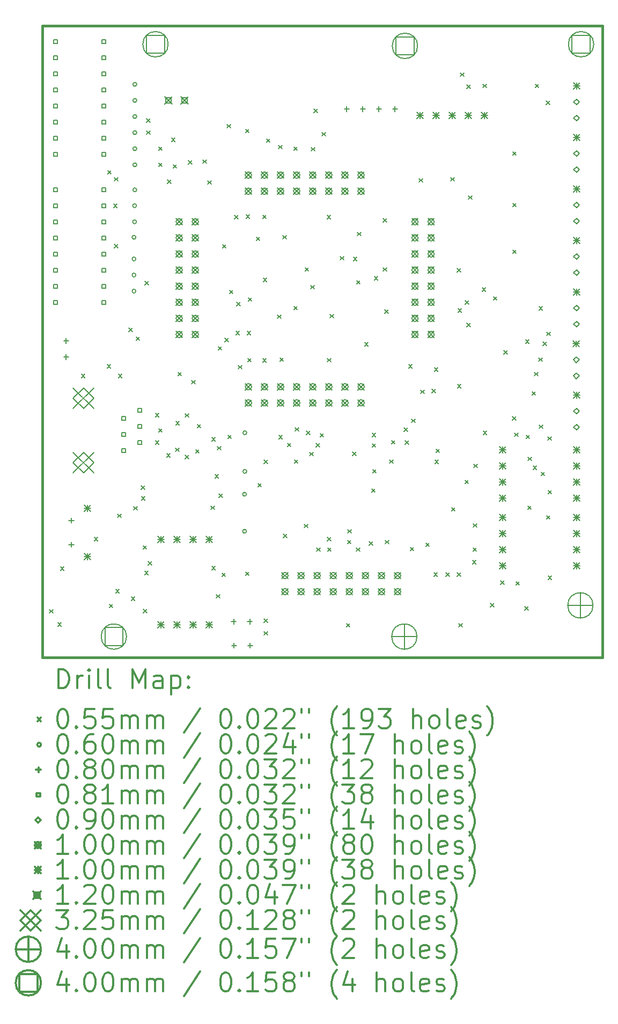
<source format=gbr>
%FSLAX45Y45*%
G04 Gerber Fmt 4.5, Leading zero omitted, Abs format (unit mm)*
G04 Created by KiCad (PCBNEW 4.0.6) date 01/03/18 21:04:45*
%MOMM*%
%LPD*%
G01*
G04 APERTURE LIST*
%ADD10C,0.127000*%
%ADD11C,0.381000*%
%ADD12C,0.200000*%
%ADD13C,0.300000*%
G04 APERTURE END LIST*
D10*
D11*
X3568700Y-15379700D02*
X3568700Y-5410200D01*
X12407900Y-15379700D02*
X3568700Y-15379700D01*
X12407900Y-5410200D02*
X12407900Y-15379700D01*
X3568700Y-5410200D02*
X12407900Y-5410200D01*
D12*
X3683381Y-14623161D02*
X3738499Y-14678279D01*
X3738499Y-14623161D02*
X3683381Y-14678279D01*
X3812921Y-14831441D02*
X3868039Y-14886559D01*
X3868039Y-14831441D02*
X3812921Y-14886559D01*
X3858641Y-13950061D02*
X3913759Y-14005179D01*
X3913759Y-13950061D02*
X3858641Y-14005179D01*
X4188841Y-10909681D02*
X4243959Y-10964799D01*
X4243959Y-10909681D02*
X4188841Y-10964799D01*
X4392041Y-13485241D02*
X4447159Y-13540359D01*
X4447159Y-13485241D02*
X4392041Y-13540359D01*
X4592701Y-10759821D02*
X4647819Y-10814939D01*
X4647819Y-10759821D02*
X4592701Y-10814939D01*
X4600321Y-7696581D02*
X4655439Y-7751699D01*
X4655439Y-7696581D02*
X4600321Y-7751699D01*
X4628261Y-14539341D02*
X4683379Y-14594459D01*
X4683379Y-14539341D02*
X4628261Y-14594459D01*
X4696841Y-8227441D02*
X4751959Y-8282559D01*
X4751959Y-8227441D02*
X4696841Y-8282559D01*
X4709541Y-7808341D02*
X4764659Y-7863459D01*
X4764659Y-7808341D02*
X4709541Y-7863459D01*
X4709541Y-8862441D02*
X4764659Y-8917559D01*
X4764659Y-8862441D02*
X4709541Y-8917559D01*
X4729861Y-14305661D02*
X4784979Y-14360779D01*
X4784979Y-14305661D02*
X4729861Y-14360779D01*
X4760341Y-13116941D02*
X4815459Y-13172059D01*
X4815459Y-13116941D02*
X4760341Y-13172059D01*
X4773041Y-10909681D02*
X4828159Y-10964799D01*
X4828159Y-10909681D02*
X4773041Y-10964799D01*
X4938141Y-10183241D02*
X4993259Y-10238359D01*
X4993259Y-10183241D02*
X4938141Y-10238359D01*
X4973701Y-14425041D02*
X5028819Y-14480159D01*
X5028819Y-14425041D02*
X4973701Y-14480159D01*
X5014341Y-12997561D02*
X5069459Y-13052679D01*
X5069459Y-12997561D02*
X5014341Y-13052679D01*
X5052441Y-10322941D02*
X5107559Y-10378059D01*
X5107559Y-10322941D02*
X5052441Y-10378059D01*
X5131181Y-12669901D02*
X5186299Y-12725019D01*
X5186299Y-12669901D02*
X5131181Y-12725019D01*
X5133721Y-12840081D02*
X5188839Y-12895199D01*
X5188839Y-12840081D02*
X5133721Y-12895199D01*
X5159121Y-13617321D02*
X5214239Y-13672439D01*
X5214239Y-13617321D02*
X5159121Y-13672439D01*
X5164201Y-14618081D02*
X5219319Y-14673199D01*
X5219319Y-14618081D02*
X5164201Y-14673199D01*
X5184521Y-14016101D02*
X5239639Y-14071219D01*
X5239639Y-14016101D02*
X5184521Y-14071219D01*
X5192141Y-9446641D02*
X5247259Y-9501759D01*
X5247259Y-9446641D02*
X5192141Y-9501759D01*
X5217541Y-6881241D02*
X5272659Y-6936359D01*
X5272659Y-6881241D02*
X5217541Y-6936359D01*
X5217541Y-7071741D02*
X5272659Y-7126859D01*
X5272659Y-7071741D02*
X5217541Y-7126859D01*
X5242941Y-13866241D02*
X5298059Y-13921359D01*
X5298059Y-13866241D02*
X5242941Y-13921359D01*
X5357241Y-11529441D02*
X5412359Y-11584559D01*
X5412359Y-11529441D02*
X5357241Y-11584559D01*
X5357241Y-11961241D02*
X5412359Y-12016359D01*
X5412359Y-11961241D02*
X5357241Y-12016359D01*
X5408041Y-7325741D02*
X5463159Y-7380859D01*
X5463159Y-7325741D02*
X5408041Y-7380859D01*
X5408041Y-7579741D02*
X5463159Y-7634859D01*
X5463159Y-7579741D02*
X5408041Y-7634859D01*
X5408041Y-11770741D02*
X5463159Y-11825859D01*
X5463159Y-11770741D02*
X5408041Y-11825859D01*
X5535041Y-12164441D02*
X5590159Y-12219559D01*
X5590159Y-12164441D02*
X5535041Y-12219559D01*
X5547741Y-7846441D02*
X5602859Y-7901559D01*
X5602859Y-7846441D02*
X5547741Y-7901559D01*
X5611241Y-7186041D02*
X5666359Y-7241159D01*
X5666359Y-7186041D02*
X5611241Y-7241159D01*
X5636641Y-7605141D02*
X5691759Y-7660259D01*
X5691759Y-7605141D02*
X5636641Y-7660259D01*
X5674741Y-12075541D02*
X5729859Y-12130659D01*
X5729859Y-12075541D02*
X5674741Y-12130659D01*
X5677281Y-11656441D02*
X5732399Y-11711559D01*
X5732399Y-11656441D02*
X5677281Y-11711559D01*
X5712841Y-10881741D02*
X5767959Y-10936859D01*
X5767959Y-10881741D02*
X5712841Y-10936859D01*
X5827141Y-11531981D02*
X5882259Y-11587099D01*
X5882259Y-11531981D02*
X5827141Y-11587099D01*
X5827141Y-12189841D02*
X5882259Y-12244959D01*
X5882259Y-12189841D02*
X5827141Y-12244959D01*
X5877941Y-7541641D02*
X5933059Y-7596759D01*
X5933059Y-7541641D02*
X5877941Y-7596759D01*
X5928741Y-11008741D02*
X5983859Y-11063859D01*
X5983859Y-11008741D02*
X5928741Y-11063859D01*
X5992241Y-12100941D02*
X6047359Y-12156059D01*
X6047359Y-12100941D02*
X5992241Y-12156059D01*
X6015101Y-11702161D02*
X6070219Y-11757279D01*
X6070219Y-11702161D02*
X6015101Y-11757279D01*
X6106541Y-7528941D02*
X6161659Y-7584059D01*
X6161659Y-7528941D02*
X6106541Y-7584059D01*
X6182741Y-7859141D02*
X6237859Y-7914259D01*
X6237859Y-7859141D02*
X6182741Y-7914259D01*
X6233541Y-12989941D02*
X6288659Y-13045059D01*
X6288659Y-12989941D02*
X6233541Y-13045059D01*
X6243701Y-13939901D02*
X6298819Y-13995019D01*
X6298819Y-13939901D02*
X6243701Y-13995019D01*
X6246241Y-11910441D02*
X6301359Y-11965559D01*
X6301359Y-11910441D02*
X6246241Y-11965559D01*
X6297041Y-12492101D02*
X6352159Y-12547219D01*
X6352159Y-12492101D02*
X6297041Y-12547219D01*
X6314821Y-14386941D02*
X6369939Y-14442059D01*
X6369939Y-14386941D02*
X6314821Y-14442059D01*
X6335141Y-12050141D02*
X6390259Y-12105259D01*
X6390259Y-12050141D02*
X6335141Y-12105259D01*
X6347841Y-10475341D02*
X6402959Y-10530459D01*
X6402959Y-10475341D02*
X6347841Y-10530459D01*
X6360541Y-12799441D02*
X6415659Y-12854559D01*
X6415659Y-12799441D02*
X6360541Y-12854559D01*
X6406261Y-14049121D02*
X6461379Y-14104239D01*
X6461379Y-14049121D02*
X6406261Y-14104239D01*
X6413881Y-8867521D02*
X6468999Y-8922639D01*
X6468999Y-8867521D02*
X6413881Y-8922639D01*
X6451981Y-10343261D02*
X6507099Y-10398379D01*
X6507099Y-10343261D02*
X6451981Y-10398379D01*
X6487541Y-6970141D02*
X6542659Y-7025259D01*
X6542659Y-6970141D02*
X6487541Y-7025259D01*
X6500241Y-11872341D02*
X6555359Y-11927459D01*
X6555359Y-11872341D02*
X6500241Y-11927459D01*
X6525641Y-9586341D02*
X6580759Y-9641459D01*
X6580759Y-9586341D02*
X6525641Y-9641459D01*
X6604381Y-8402701D02*
X6659499Y-8457819D01*
X6659499Y-8402701D02*
X6604381Y-8457819D01*
X6627241Y-10234041D02*
X6682359Y-10289159D01*
X6682359Y-10234041D02*
X6627241Y-10289159D01*
X6639941Y-9776841D02*
X6695059Y-9831959D01*
X6695059Y-9776841D02*
X6639941Y-9831959D01*
X6665341Y-10769981D02*
X6720459Y-10825099D01*
X6720459Y-10769981D02*
X6665341Y-10825099D01*
X6779641Y-7046341D02*
X6834759Y-7101459D01*
X6834759Y-7046341D02*
X6779641Y-7101459D01*
X6779641Y-14031341D02*
X6834759Y-14086459D01*
X6834759Y-14031341D02*
X6779641Y-14086459D01*
X6787261Y-8397621D02*
X6842379Y-8452739D01*
X6842379Y-8397621D02*
X6787261Y-8452739D01*
X6802501Y-10234041D02*
X6857619Y-10289159D01*
X6857619Y-10234041D02*
X6802501Y-10289159D01*
X6812661Y-10660761D02*
X6867779Y-10715879D01*
X6867779Y-10660761D02*
X6812661Y-10715879D01*
X6820281Y-9703181D02*
X6875399Y-9758299D01*
X6875399Y-9703181D02*
X6820281Y-9758299D01*
X6947281Y-8745601D02*
X7002399Y-8800719D01*
X7002399Y-8745601D02*
X6947281Y-8800719D01*
X6972681Y-12634341D02*
X7027799Y-12689459D01*
X7027799Y-12634341D02*
X6972681Y-12689459D01*
X7048881Y-8400161D02*
X7103999Y-8455279D01*
X7103999Y-8400161D02*
X7048881Y-8455279D01*
X7048881Y-10663301D02*
X7103999Y-10718419D01*
X7103999Y-10663301D02*
X7048881Y-10718419D01*
X7059041Y-9395841D02*
X7114159Y-9450959D01*
X7114159Y-9395841D02*
X7059041Y-9450959D01*
X7069201Y-14971141D02*
X7124319Y-15026259D01*
X7124319Y-14971141D02*
X7069201Y-15026259D01*
X7071741Y-12266041D02*
X7126859Y-12321159D01*
X7126859Y-12266041D02*
X7071741Y-12321159D01*
X7071741Y-14773021D02*
X7126859Y-14828139D01*
X7126859Y-14773021D02*
X7071741Y-14828139D01*
X7109841Y-7198741D02*
X7164959Y-7253859D01*
X7164959Y-7198741D02*
X7109841Y-7253859D01*
X7280021Y-9974961D02*
X7335139Y-10030079D01*
X7335139Y-9974961D02*
X7280021Y-10030079D01*
X7300341Y-7300341D02*
X7355459Y-7355459D01*
X7355459Y-7300341D02*
X7300341Y-7355459D01*
X7302881Y-11877421D02*
X7357999Y-11932539D01*
X7357999Y-11877421D02*
X7302881Y-11932539D01*
X7320661Y-10650601D02*
X7375779Y-10705719D01*
X7375779Y-10650601D02*
X7320661Y-10705719D01*
X7366381Y-8720201D02*
X7421499Y-8775319D01*
X7421499Y-8720201D02*
X7366381Y-8775319D01*
X7376541Y-13434441D02*
X7431659Y-13489559D01*
X7431659Y-13434441D02*
X7376541Y-13489559D01*
X7437501Y-11999341D02*
X7492619Y-12054459D01*
X7492619Y-11999341D02*
X7437501Y-12054459D01*
X7541641Y-7325741D02*
X7596759Y-7380859D01*
X7596759Y-7325741D02*
X7541641Y-7380859D01*
X7541641Y-9840341D02*
X7596759Y-9895459D01*
X7596759Y-9840341D02*
X7541641Y-9895459D01*
X7546721Y-12260961D02*
X7601839Y-12316079D01*
X7601839Y-12260961D02*
X7546721Y-12316079D01*
X7561961Y-11752961D02*
X7617079Y-11808079D01*
X7617079Y-11752961D02*
X7561961Y-11808079D01*
X7704201Y-13276961D02*
X7759319Y-13332079D01*
X7759319Y-13276961D02*
X7704201Y-13332079D01*
X7719441Y-9230741D02*
X7774559Y-9285859D01*
X7774559Y-9230741D02*
X7719441Y-9285859D01*
X7737221Y-11806301D02*
X7792339Y-11861419D01*
X7792339Y-11806301D02*
X7737221Y-11861419D01*
X7790561Y-12141581D02*
X7845679Y-12196699D01*
X7845679Y-12141581D02*
X7790561Y-12196699D01*
X7808341Y-9510141D02*
X7863459Y-9565259D01*
X7863459Y-9510141D02*
X7808341Y-9565259D01*
X7813421Y-7333361D02*
X7868539Y-7388479D01*
X7868539Y-7333361D02*
X7813421Y-7388479D01*
X7859141Y-6728841D02*
X7914259Y-6783959D01*
X7914259Y-6728841D02*
X7859141Y-6783959D01*
X7889621Y-12004421D02*
X7944739Y-12059539D01*
X7944739Y-12004421D02*
X7889621Y-12059539D01*
X7899781Y-13650341D02*
X7954899Y-13705459D01*
X7954899Y-13650341D02*
X7899781Y-13705459D01*
X7955661Y-11844401D02*
X8010779Y-11899519D01*
X8010779Y-11844401D02*
X7955661Y-11899519D01*
X7986141Y-7097141D02*
X8041259Y-7152259D01*
X8041259Y-7097141D02*
X7986141Y-7152259D01*
X8064881Y-8405241D02*
X8119999Y-8460359D01*
X8119999Y-8405241D02*
X8064881Y-8460359D01*
X8067421Y-10660761D02*
X8122539Y-10715879D01*
X8122539Y-10660761D02*
X8067421Y-10715879D01*
X8067421Y-13482701D02*
X8122539Y-13537819D01*
X8122539Y-13482701D02*
X8067421Y-13537819D01*
X8072501Y-13650341D02*
X8127619Y-13705459D01*
X8127619Y-13650341D02*
X8072501Y-13705459D01*
X8110601Y-9967341D02*
X8165719Y-10022459D01*
X8165719Y-9967341D02*
X8110601Y-10022459D01*
X8273161Y-9052941D02*
X8328279Y-9108059D01*
X8328279Y-9052941D02*
X8273161Y-9108059D01*
X8369681Y-14844141D02*
X8424799Y-14899259D01*
X8424799Y-14844141D02*
X8369681Y-14899259D01*
X8387461Y-13530961D02*
X8442579Y-13586079D01*
X8442579Y-13530961D02*
X8387461Y-13586079D01*
X8392541Y-13363321D02*
X8447659Y-13418439D01*
X8447659Y-13363321D02*
X8392541Y-13418439D01*
X8468741Y-12139041D02*
X8523859Y-12194159D01*
X8523859Y-12139041D02*
X8468741Y-12194159D01*
X8481441Y-9065641D02*
X8536559Y-9120759D01*
X8536559Y-9065641D02*
X8481441Y-9120759D01*
X8524621Y-13650341D02*
X8579739Y-13705459D01*
X8579739Y-13650341D02*
X8524621Y-13705459D01*
X8532241Y-9433941D02*
X8587359Y-9489059D01*
X8587359Y-9433941D02*
X8532241Y-9489059D01*
X8544941Y-8671941D02*
X8600059Y-8727059D01*
X8600059Y-8671941D02*
X8544941Y-8727059D01*
X8659241Y-10411841D02*
X8714359Y-10466959D01*
X8714359Y-10411841D02*
X8659241Y-10466959D01*
X8727821Y-13551281D02*
X8782939Y-13606399D01*
X8782939Y-13551281D02*
X8727821Y-13606399D01*
X8768461Y-12718161D02*
X8823579Y-12773279D01*
X8823579Y-12718161D02*
X8768461Y-12773279D01*
X8776081Y-11841861D02*
X8831199Y-11896979D01*
X8831199Y-11841861D02*
X8776081Y-11896979D01*
X8776081Y-12006961D02*
X8831199Y-12062079D01*
X8831199Y-12006961D02*
X8776081Y-12062079D01*
X8783701Y-12413361D02*
X8838819Y-12468479D01*
X8838819Y-12413361D02*
X8783701Y-12468479D01*
X8811641Y-9370441D02*
X8866759Y-9425559D01*
X8866759Y-9370441D02*
X8811641Y-9425559D01*
X8951341Y-8456041D02*
X9006459Y-8511159D01*
X9006459Y-8456041D02*
X8951341Y-8511159D01*
X8951341Y-9230741D02*
X9006459Y-9285859D01*
X9006459Y-9230741D02*
X8951341Y-9285859D01*
X8976741Y-9896221D02*
X9031859Y-9951339D01*
X9031859Y-9896221D02*
X8976741Y-9951339D01*
X8981821Y-13530961D02*
X9036939Y-13586079D01*
X9036939Y-13530961D02*
X8981821Y-13586079D01*
X9050401Y-12260961D02*
X9105519Y-12316079D01*
X9105519Y-12260961D02*
X9050401Y-12316079D01*
X9080881Y-11956161D02*
X9135999Y-12011279D01*
X9135999Y-11956161D02*
X9080881Y-12011279D01*
X9281541Y-11758041D02*
X9336659Y-11813159D01*
X9336659Y-11758041D02*
X9281541Y-11813159D01*
X9296781Y-11961241D02*
X9351899Y-12016359D01*
X9351899Y-11961241D02*
X9296781Y-12016359D01*
X9350121Y-10757281D02*
X9405239Y-10812399D01*
X9405239Y-10757281D02*
X9350121Y-10812399D01*
X9378061Y-13642721D02*
X9433179Y-13697839D01*
X9433179Y-13642721D02*
X9378061Y-13697839D01*
X9398381Y-11618341D02*
X9453499Y-11673459D01*
X9453499Y-11618341D02*
X9398381Y-11673459D01*
X9517761Y-7826121D02*
X9572879Y-7881239D01*
X9572879Y-7826121D02*
X9517761Y-7881239D01*
X9540621Y-11158601D02*
X9595739Y-11213719D01*
X9595739Y-11158601D02*
X9540621Y-11213719D01*
X9621901Y-13574141D02*
X9677019Y-13629259D01*
X9677019Y-13574141D02*
X9621901Y-13629259D01*
X9720961Y-11145901D02*
X9776079Y-11201019D01*
X9776079Y-11145901D02*
X9720961Y-11201019D01*
X9751441Y-14044041D02*
X9806559Y-14099159D01*
X9806559Y-14044041D02*
X9751441Y-14099159D01*
X9759061Y-10808081D02*
X9814179Y-10863199D01*
X9814179Y-10808081D02*
X9759061Y-10863199D01*
X9766681Y-12266041D02*
X9821799Y-12321159D01*
X9821799Y-12266041D02*
X9766681Y-12321159D01*
X9784461Y-12093321D02*
X9839579Y-12148439D01*
X9839579Y-12093321D02*
X9784461Y-12148439D01*
X9941941Y-14044041D02*
X9997059Y-14099159D01*
X9997059Y-14044041D02*
X9941941Y-14099159D01*
X10015093Y-7808341D02*
X10070211Y-7863459D01*
X10070211Y-7808341D02*
X10015093Y-7863459D01*
X10030841Y-13015341D02*
X10085959Y-13070459D01*
X10085959Y-13015341D02*
X10030841Y-13070459D01*
X10119741Y-9240901D02*
X10174859Y-9296019D01*
X10174859Y-9240901D02*
X10119741Y-9296019D01*
X10119741Y-14044041D02*
X10174859Y-14099159D01*
X10174859Y-14044041D02*
X10119741Y-14099159D01*
X10122281Y-11072241D02*
X10177399Y-11127359D01*
X10177399Y-11072241D02*
X10122281Y-11127359D01*
X10132441Y-9875901D02*
X10187559Y-9931019D01*
X10187559Y-9875901D02*
X10132441Y-9931019D01*
X10145141Y-14844141D02*
X10200259Y-14899259D01*
X10200259Y-14844141D02*
X10145141Y-14899259D01*
X10170541Y-6157341D02*
X10225659Y-6212459D01*
X10225659Y-6157341D02*
X10170541Y-6212459D01*
X10241661Y-12581001D02*
X10296779Y-12636119D01*
X10296779Y-12581001D02*
X10241661Y-12636119D01*
X10244201Y-9748901D02*
X10299319Y-9804019D01*
X10299319Y-9748901D02*
X10244201Y-9804019D01*
X10269601Y-6345301D02*
X10324719Y-6400419D01*
X10324719Y-6345301D02*
X10269601Y-6400419D01*
X10272141Y-10107041D02*
X10327259Y-10162159D01*
X10327259Y-10107041D02*
X10272141Y-10162159D01*
X10297541Y-8095361D02*
X10352659Y-8150479D01*
X10352659Y-8095361D02*
X10297541Y-8150479D01*
X10361041Y-13848461D02*
X10416159Y-13903579D01*
X10416159Y-13848461D02*
X10361041Y-13903579D01*
X10368661Y-13647801D02*
X10423779Y-13702919D01*
X10423779Y-13647801D02*
X10368661Y-13702919D01*
X10371201Y-13266801D02*
X10426319Y-13321919D01*
X10426319Y-13266801D02*
X10371201Y-13321919D01*
X10381361Y-12329541D02*
X10436479Y-12384659D01*
X10436479Y-12329541D02*
X10381361Y-12384659D01*
X10513441Y-9548241D02*
X10568559Y-9603359D01*
X10568559Y-9548241D02*
X10513441Y-9603359D01*
X10526141Y-6335141D02*
X10581259Y-6390259D01*
X10581259Y-6335141D02*
X10526141Y-6390259D01*
X10528681Y-11806301D02*
X10583799Y-11861419D01*
X10583799Y-11806301D02*
X10528681Y-11861419D01*
X10642981Y-14526641D02*
X10698099Y-14581759D01*
X10698099Y-14526641D02*
X10642981Y-14581759D01*
X10691241Y-9687941D02*
X10746359Y-9743059D01*
X10746359Y-9687941D02*
X10691241Y-9743059D01*
X10805541Y-14171041D02*
X10860659Y-14226159D01*
X10860659Y-14171041D02*
X10805541Y-14226159D01*
X10853801Y-10536301D02*
X10908919Y-10591419D01*
X10908919Y-10536301D02*
X10853801Y-10591419D01*
X10988421Y-11580241D02*
X11043539Y-11635359D01*
X11043539Y-11580241D02*
X10988421Y-11635359D01*
X10996041Y-7401941D02*
X11051159Y-7457059D01*
X11051159Y-7401941D02*
X10996041Y-7457059D01*
X10996041Y-8214741D02*
X11051159Y-8269859D01*
X11051159Y-8214741D02*
X10996041Y-8269859D01*
X10996041Y-8951341D02*
X11051159Y-9006459D01*
X11051159Y-8951341D02*
X10996041Y-9006459D01*
X11023981Y-11836781D02*
X11079099Y-11891899D01*
X11079099Y-11836781D02*
X11023981Y-11891899D01*
X11046841Y-14183741D02*
X11101959Y-14238859D01*
X11101959Y-14183741D02*
X11046841Y-14238859D01*
X11186541Y-14577441D02*
X11241659Y-14632559D01*
X11241659Y-14577441D02*
X11186541Y-14632559D01*
X11196701Y-10368661D02*
X11251819Y-10423779D01*
X11251819Y-10368661D02*
X11196701Y-10423779D01*
X11204321Y-11872341D02*
X11259439Y-11927459D01*
X11259439Y-11872341D02*
X11204321Y-11927459D01*
X11232261Y-12989941D02*
X11287379Y-13045059D01*
X11287379Y-12989941D02*
X11232261Y-13045059D01*
X11237341Y-12220321D02*
X11292459Y-12275439D01*
X11292459Y-12220321D02*
X11237341Y-12275439D01*
X11300841Y-11186541D02*
X11355959Y-11241659D01*
X11355959Y-11186541D02*
X11300841Y-11241659D01*
X11314811Y-12358751D02*
X11369929Y-12413869D01*
X11369929Y-12358751D02*
X11314811Y-12413869D01*
X11338941Y-10881741D02*
X11394059Y-10936859D01*
X11394059Y-10881741D02*
X11338941Y-10936859D01*
X11351641Y-6335141D02*
X11406759Y-6390259D01*
X11406759Y-6335141D02*
X11351641Y-6390259D01*
X11404981Y-10653141D02*
X11460099Y-10708259D01*
X11460099Y-10653141D02*
X11404981Y-10708259D01*
X11407521Y-9842881D02*
X11462639Y-9897999D01*
X11462639Y-9842881D02*
X11407521Y-9897999D01*
X11412601Y-11709781D02*
X11467719Y-11764899D01*
X11467719Y-11709781D02*
X11412601Y-11764899D01*
X11443081Y-12454001D02*
X11498199Y-12509119D01*
X11498199Y-12454001D02*
X11443081Y-12509119D01*
X11473561Y-10404221D02*
X11528679Y-10459339D01*
X11528679Y-10404221D02*
X11473561Y-10459339D01*
X11521821Y-6599301D02*
X11576939Y-6654419D01*
X11576939Y-6599301D02*
X11521821Y-6654419D01*
X11529441Y-13142341D02*
X11584559Y-13197459D01*
X11584559Y-13142341D02*
X11529441Y-13197459D01*
X11531981Y-10244201D02*
X11587099Y-10299319D01*
X11587099Y-10244201D02*
X11531981Y-10299319D01*
X11547221Y-11895201D02*
X11602339Y-11950319D01*
X11602339Y-11895201D02*
X11547221Y-11950319D01*
X11552301Y-12743561D02*
X11607419Y-12798679D01*
X11607419Y-12743561D02*
X11552301Y-12798679D01*
X11554841Y-14094841D02*
X11609959Y-14149959D01*
X11609959Y-14094841D02*
X11554841Y-14149959D01*
X5046500Y-8750300D02*
G75*
G03X5046500Y-8750300I-30000J0D01*
G01*
X5046500Y-9093200D02*
G75*
G03X5046500Y-9093200I-30000J0D01*
G01*
X5046500Y-9347200D02*
G75*
G03X5046500Y-9347200I-30000J0D01*
G01*
X5046500Y-9601200D02*
G75*
G03X5046500Y-9601200I-30000J0D01*
G01*
X5055898Y-8251698D02*
G75*
G03X5055898Y-8251698I-30000J0D01*
G01*
X5055898Y-8505698D02*
G75*
G03X5055898Y-8505698I-30000J0D01*
G01*
X5059200Y-6337300D02*
G75*
G03X5059200Y-6337300I-30000J0D01*
G01*
X5059200Y-6591300D02*
G75*
G03X5059200Y-6591300I-30000J0D01*
G01*
X5059200Y-6845300D02*
G75*
G03X5059200Y-6845300I-30000J0D01*
G01*
X5059200Y-7099300D02*
G75*
G03X5059200Y-7099300I-30000J0D01*
G01*
X5059200Y-7353300D02*
G75*
G03X5059200Y-7353300I-30000J0D01*
G01*
X5059200Y-7607300D02*
G75*
G03X5059200Y-7607300I-30000J0D01*
G01*
X5059200Y-8001000D02*
G75*
G03X5059200Y-8001000I-30000J0D01*
G01*
X6791480Y-12804140D02*
G75*
G03X6791480Y-12804140I-30000J0D01*
G01*
X6791480Y-13388340D02*
G75*
G03X6791480Y-13388340I-30000J0D01*
G01*
X6796560Y-11833860D02*
G75*
G03X6796560Y-11833860I-30000J0D01*
G01*
X6796560Y-12443460D02*
G75*
G03X6796560Y-12443460I-30000J0D01*
G01*
X3946652Y-10345293D02*
X3946652Y-10425303D01*
X3906647Y-10385298D02*
X3986657Y-10385298D01*
X3946652Y-10599293D02*
X3946652Y-10679303D01*
X3906647Y-10639298D02*
X3986657Y-10639298D01*
X4029202Y-13177393D02*
X4029202Y-13257403D01*
X3989197Y-13217398D02*
X4069207Y-13217398D01*
X4029202Y-13558393D02*
X4029202Y-13638403D01*
X3989197Y-13598398D02*
X4069207Y-13598398D01*
X6591300Y-14773275D02*
X6591300Y-14853285D01*
X6551295Y-14813280D02*
X6631305Y-14813280D01*
X6596380Y-15149195D02*
X6596380Y-15229205D01*
X6556375Y-15189200D02*
X6636385Y-15189200D01*
X6845300Y-14773275D02*
X6845300Y-14853285D01*
X6805295Y-14813280D02*
X6885305Y-14813280D01*
X6850380Y-15149195D02*
X6850380Y-15229205D01*
X6810375Y-15189200D02*
X6890385Y-15189200D01*
X8375650Y-6684645D02*
X8375650Y-6764655D01*
X8335645Y-6724650D02*
X8415655Y-6724650D01*
X8629650Y-6684645D02*
X8629650Y-6764655D01*
X8589645Y-6724650D02*
X8669655Y-6724650D01*
X8883650Y-6684645D02*
X8883650Y-6764655D01*
X8843645Y-6724650D02*
X8923655Y-6724650D01*
X9137650Y-6684645D02*
X9137650Y-6764655D01*
X9097645Y-6724650D02*
X9177655Y-6724650D01*
X3803939Y-5689635D02*
X3803939Y-5632161D01*
X3746465Y-5632161D01*
X3746465Y-5689635D01*
X3803939Y-5689635D01*
X3803939Y-5943635D02*
X3803939Y-5886161D01*
X3746465Y-5886161D01*
X3746465Y-5943635D01*
X3803939Y-5943635D01*
X3803939Y-6197635D02*
X3803939Y-6140161D01*
X3746465Y-6140161D01*
X3746465Y-6197635D01*
X3803939Y-6197635D01*
X3803939Y-6451635D02*
X3803939Y-6394161D01*
X3746465Y-6394161D01*
X3746465Y-6451635D01*
X3803939Y-6451635D01*
X3803939Y-6705635D02*
X3803939Y-6648161D01*
X3746465Y-6648161D01*
X3746465Y-6705635D01*
X3803939Y-6705635D01*
X3803939Y-6959635D02*
X3803939Y-6902161D01*
X3746465Y-6902161D01*
X3746465Y-6959635D01*
X3803939Y-6959635D01*
X3803939Y-7213635D02*
X3803939Y-7156161D01*
X3746465Y-7156161D01*
X3746465Y-7213635D01*
X3803939Y-7213635D01*
X3803939Y-7467635D02*
X3803939Y-7410161D01*
X3746465Y-7410161D01*
X3746465Y-7467635D01*
X3803939Y-7467635D01*
X3803939Y-8026435D02*
X3803939Y-7968961D01*
X3746465Y-7968961D01*
X3746465Y-8026435D01*
X3803939Y-8026435D01*
X3803939Y-8280435D02*
X3803939Y-8222961D01*
X3746465Y-8222961D01*
X3746465Y-8280435D01*
X3803939Y-8280435D01*
X3803939Y-8534435D02*
X3803939Y-8476961D01*
X3746465Y-8476961D01*
X3746465Y-8534435D01*
X3803939Y-8534435D01*
X3803939Y-8788435D02*
X3803939Y-8730961D01*
X3746465Y-8730961D01*
X3746465Y-8788435D01*
X3803939Y-8788435D01*
X3803939Y-9042435D02*
X3803939Y-8984961D01*
X3746465Y-8984961D01*
X3746465Y-9042435D01*
X3803939Y-9042435D01*
X3803939Y-9296435D02*
X3803939Y-9238961D01*
X3746465Y-9238961D01*
X3746465Y-9296435D01*
X3803939Y-9296435D01*
X3803939Y-9550435D02*
X3803939Y-9492961D01*
X3746465Y-9492961D01*
X3746465Y-9550435D01*
X3803939Y-9550435D01*
X3803939Y-9804435D02*
X3803939Y-9746961D01*
X3746465Y-9746961D01*
X3746465Y-9804435D01*
X3803939Y-9804435D01*
X4565939Y-5689635D02*
X4565939Y-5632161D01*
X4508465Y-5632161D01*
X4508465Y-5689635D01*
X4565939Y-5689635D01*
X4565939Y-5943635D02*
X4565939Y-5886161D01*
X4508465Y-5886161D01*
X4508465Y-5943635D01*
X4565939Y-5943635D01*
X4565939Y-6197635D02*
X4565939Y-6140161D01*
X4508465Y-6140161D01*
X4508465Y-6197635D01*
X4565939Y-6197635D01*
X4565939Y-6451635D02*
X4565939Y-6394161D01*
X4508465Y-6394161D01*
X4508465Y-6451635D01*
X4565939Y-6451635D01*
X4565939Y-6705635D02*
X4565939Y-6648161D01*
X4508465Y-6648161D01*
X4508465Y-6705635D01*
X4565939Y-6705635D01*
X4565939Y-6959635D02*
X4565939Y-6902161D01*
X4508465Y-6902161D01*
X4508465Y-6959635D01*
X4565939Y-6959635D01*
X4565939Y-7213635D02*
X4565939Y-7156161D01*
X4508465Y-7156161D01*
X4508465Y-7213635D01*
X4565939Y-7213635D01*
X4565939Y-7467635D02*
X4565939Y-7410161D01*
X4508465Y-7410161D01*
X4508465Y-7467635D01*
X4565939Y-7467635D01*
X4565939Y-8026435D02*
X4565939Y-7968961D01*
X4508465Y-7968961D01*
X4508465Y-8026435D01*
X4565939Y-8026435D01*
X4565939Y-8280435D02*
X4565939Y-8222961D01*
X4508465Y-8222961D01*
X4508465Y-8280435D01*
X4565939Y-8280435D01*
X4565939Y-8534435D02*
X4565939Y-8476961D01*
X4508465Y-8476961D01*
X4508465Y-8534435D01*
X4565939Y-8534435D01*
X4565939Y-8788435D02*
X4565939Y-8730961D01*
X4508465Y-8730961D01*
X4508465Y-8788435D01*
X4565939Y-8788435D01*
X4565939Y-9042435D02*
X4565939Y-8984961D01*
X4508465Y-8984961D01*
X4508465Y-9042435D01*
X4565939Y-9042435D01*
X4565939Y-9296435D02*
X4565939Y-9238961D01*
X4508465Y-9238961D01*
X4508465Y-9296435D01*
X4565939Y-9296435D01*
X4565939Y-9550435D02*
X4565939Y-9492961D01*
X4508465Y-9492961D01*
X4508465Y-9550435D01*
X4565939Y-9550435D01*
X4565939Y-9804435D02*
X4565939Y-9746961D01*
X4508465Y-9746961D01*
X4508465Y-9804435D01*
X4565939Y-9804435D01*
X4883439Y-11633235D02*
X4883439Y-11575761D01*
X4825965Y-11575761D01*
X4825965Y-11633235D01*
X4883439Y-11633235D01*
X4883439Y-11887235D02*
X4883439Y-11829761D01*
X4825965Y-11829761D01*
X4825965Y-11887235D01*
X4883439Y-11887235D01*
X4883439Y-12141235D02*
X4883439Y-12083761D01*
X4825965Y-12083761D01*
X4825965Y-12141235D01*
X4883439Y-12141235D01*
X5137439Y-11506235D02*
X5137439Y-11448761D01*
X5079965Y-11448761D01*
X5079965Y-11506235D01*
X5137439Y-11506235D01*
X5137439Y-11760235D02*
X5137439Y-11702761D01*
X5079965Y-11702761D01*
X5079965Y-11760235D01*
X5137439Y-11760235D01*
X5137439Y-12014235D02*
X5137439Y-11956761D01*
X5079965Y-11956761D01*
X5079965Y-12014235D01*
X5137439Y-12014235D01*
X11998452Y-10728706D02*
X12043410Y-10683748D01*
X11998452Y-10638790D01*
X11953494Y-10683748D01*
X11998452Y-10728706D01*
X11998452Y-10982706D02*
X12043410Y-10937748D01*
X11998452Y-10892790D01*
X11953494Y-10937748D01*
X11998452Y-10982706D01*
X12001500Y-6661658D02*
X12046458Y-6616700D01*
X12001500Y-6571742D01*
X11956542Y-6616700D01*
X12001500Y-6661658D01*
X12001500Y-6915658D02*
X12046458Y-6870700D01*
X12001500Y-6825742D01*
X11956542Y-6870700D01*
X12001500Y-6915658D01*
X12001500Y-7474458D02*
X12046458Y-7429500D01*
X12001500Y-7384542D01*
X11956542Y-7429500D01*
X12001500Y-7474458D01*
X12001500Y-7728458D02*
X12046458Y-7683500D01*
X12001500Y-7638542D01*
X11956542Y-7683500D01*
X12001500Y-7728458D01*
X12001500Y-8287258D02*
X12046458Y-8242300D01*
X12001500Y-8197342D01*
X11956542Y-8242300D01*
X12001500Y-8287258D01*
X12001500Y-8541258D02*
X12046458Y-8496300D01*
X12001500Y-8451342D01*
X11956542Y-8496300D01*
X12001500Y-8541258D01*
X12001500Y-9100058D02*
X12046458Y-9055100D01*
X12001500Y-9010142D01*
X11956542Y-9055100D01*
X12001500Y-9100058D01*
X12001500Y-9354058D02*
X12046458Y-9309100D01*
X12001500Y-9264142D01*
X11956542Y-9309100D01*
X12001500Y-9354058D01*
X12001500Y-9912858D02*
X12046458Y-9867900D01*
X12001500Y-9822942D01*
X11956542Y-9867900D01*
X12001500Y-9912858D01*
X12001500Y-10166858D02*
X12046458Y-10121900D01*
X12001500Y-10076942D01*
X11956542Y-10121900D01*
X12001500Y-10166858D01*
X12001500Y-11538458D02*
X12046458Y-11493500D01*
X12001500Y-11448542D01*
X11956542Y-11493500D01*
X12001500Y-11538458D01*
X12001500Y-11792458D02*
X12046458Y-11747500D01*
X12001500Y-11702542D01*
X11956542Y-11747500D01*
X12001500Y-11792458D01*
X5681002Y-8455698D02*
X5781002Y-8555698D01*
X5781002Y-8455698D02*
X5681002Y-8555698D01*
X5781002Y-8505698D02*
G75*
G03X5781002Y-8505698I-50000J0D01*
G01*
X5681002Y-8709698D02*
X5781002Y-8809698D01*
X5781002Y-8709698D02*
X5681002Y-8809698D01*
X5781002Y-8759698D02*
G75*
G03X5781002Y-8759698I-50000J0D01*
G01*
X5681002Y-8963698D02*
X5781002Y-9063698D01*
X5781002Y-8963698D02*
X5681002Y-9063698D01*
X5781002Y-9013698D02*
G75*
G03X5781002Y-9013698I-50000J0D01*
G01*
X5681002Y-9217698D02*
X5781002Y-9317698D01*
X5781002Y-9217698D02*
X5681002Y-9317698D01*
X5781002Y-9267698D02*
G75*
G03X5781002Y-9267698I-50000J0D01*
G01*
X5681002Y-9471698D02*
X5781002Y-9571698D01*
X5781002Y-9471698D02*
X5681002Y-9571698D01*
X5781002Y-9521698D02*
G75*
G03X5781002Y-9521698I-50000J0D01*
G01*
X5681002Y-9725698D02*
X5781002Y-9825698D01*
X5781002Y-9725698D02*
X5681002Y-9825698D01*
X5781002Y-9775698D02*
G75*
G03X5781002Y-9775698I-50000J0D01*
G01*
X5681002Y-9979698D02*
X5781002Y-10079698D01*
X5781002Y-9979698D02*
X5681002Y-10079698D01*
X5781002Y-10029698D02*
G75*
G03X5781002Y-10029698I-50000J0D01*
G01*
X5681002Y-10233698D02*
X5781002Y-10333698D01*
X5781002Y-10233698D02*
X5681002Y-10333698D01*
X5781002Y-10283698D02*
G75*
G03X5781002Y-10283698I-50000J0D01*
G01*
X5935002Y-8455698D02*
X6035002Y-8555698D01*
X6035002Y-8455698D02*
X5935002Y-8555698D01*
X6035002Y-8505698D02*
G75*
G03X6035002Y-8505698I-50000J0D01*
G01*
X5935002Y-8709698D02*
X6035002Y-8809698D01*
X6035002Y-8709698D02*
X5935002Y-8809698D01*
X6035002Y-8759698D02*
G75*
G03X6035002Y-8759698I-50000J0D01*
G01*
X5935002Y-8963698D02*
X6035002Y-9063698D01*
X6035002Y-8963698D02*
X5935002Y-9063698D01*
X6035002Y-9013698D02*
G75*
G03X6035002Y-9013698I-50000J0D01*
G01*
X5935002Y-9217698D02*
X6035002Y-9317698D01*
X6035002Y-9217698D02*
X5935002Y-9317698D01*
X6035002Y-9267698D02*
G75*
G03X6035002Y-9267698I-50000J0D01*
G01*
X5935002Y-9471698D02*
X6035002Y-9571698D01*
X6035002Y-9471698D02*
X5935002Y-9571698D01*
X6035002Y-9521698D02*
G75*
G03X6035002Y-9521698I-50000J0D01*
G01*
X5935002Y-9725698D02*
X6035002Y-9825698D01*
X6035002Y-9725698D02*
X5935002Y-9825698D01*
X6035002Y-9775698D02*
G75*
G03X6035002Y-9775698I-50000J0D01*
G01*
X5935002Y-9979698D02*
X6035002Y-10079698D01*
X6035002Y-9979698D02*
X5935002Y-10079698D01*
X6035002Y-10029698D02*
G75*
G03X6035002Y-10029698I-50000J0D01*
G01*
X5935002Y-10233698D02*
X6035002Y-10333698D01*
X6035002Y-10233698D02*
X5935002Y-10333698D01*
X6035002Y-10283698D02*
G75*
G03X6035002Y-10283698I-50000J0D01*
G01*
X6773202Y-7719098D02*
X6873202Y-7819098D01*
X6873202Y-7719098D02*
X6773202Y-7819098D01*
X6873202Y-7769098D02*
G75*
G03X6873202Y-7769098I-50000J0D01*
G01*
X6773202Y-7973098D02*
X6873202Y-8073098D01*
X6873202Y-7973098D02*
X6773202Y-8073098D01*
X6873202Y-8023098D02*
G75*
G03X6873202Y-8023098I-50000J0D01*
G01*
X6773202Y-11059198D02*
X6873202Y-11159198D01*
X6873202Y-11059198D02*
X6773202Y-11159198D01*
X6873202Y-11109198D02*
G75*
G03X6873202Y-11109198I-50000J0D01*
G01*
X6773202Y-11313198D02*
X6873202Y-11413198D01*
X6873202Y-11313198D02*
X6773202Y-11413198D01*
X6873202Y-11363198D02*
G75*
G03X6873202Y-11363198I-50000J0D01*
G01*
X7027202Y-7719098D02*
X7127202Y-7819098D01*
X7127202Y-7719098D02*
X7027202Y-7819098D01*
X7127202Y-7769098D02*
G75*
G03X7127202Y-7769098I-50000J0D01*
G01*
X7027202Y-7973098D02*
X7127202Y-8073098D01*
X7127202Y-7973098D02*
X7027202Y-8073098D01*
X7127202Y-8023098D02*
G75*
G03X7127202Y-8023098I-50000J0D01*
G01*
X7027202Y-11059198D02*
X7127202Y-11159198D01*
X7127202Y-11059198D02*
X7027202Y-11159198D01*
X7127202Y-11109198D02*
G75*
G03X7127202Y-11109198I-50000J0D01*
G01*
X7027202Y-11313198D02*
X7127202Y-11413198D01*
X7127202Y-11313198D02*
X7027202Y-11413198D01*
X7127202Y-11363198D02*
G75*
G03X7127202Y-11363198I-50000J0D01*
G01*
X7281202Y-7719098D02*
X7381202Y-7819098D01*
X7381202Y-7719098D02*
X7281202Y-7819098D01*
X7381202Y-7769098D02*
G75*
G03X7381202Y-7769098I-50000J0D01*
G01*
X7281202Y-7973098D02*
X7381202Y-8073098D01*
X7381202Y-7973098D02*
X7281202Y-8073098D01*
X7381202Y-8023098D02*
G75*
G03X7381202Y-8023098I-50000J0D01*
G01*
X7281202Y-11059198D02*
X7381202Y-11159198D01*
X7381202Y-11059198D02*
X7281202Y-11159198D01*
X7381202Y-11109198D02*
G75*
G03X7381202Y-11109198I-50000J0D01*
G01*
X7281202Y-11313198D02*
X7381202Y-11413198D01*
X7381202Y-11313198D02*
X7281202Y-11413198D01*
X7381202Y-11363198D02*
G75*
G03X7381202Y-11363198I-50000J0D01*
G01*
X7351052Y-14037348D02*
X7451052Y-14137348D01*
X7451052Y-14037348D02*
X7351052Y-14137348D01*
X7451052Y-14087348D02*
G75*
G03X7451052Y-14087348I-50000J0D01*
G01*
X7351052Y-14291348D02*
X7451052Y-14391348D01*
X7451052Y-14291348D02*
X7351052Y-14391348D01*
X7451052Y-14341348D02*
G75*
G03X7451052Y-14341348I-50000J0D01*
G01*
X7535202Y-7719098D02*
X7635202Y-7819098D01*
X7635202Y-7719098D02*
X7535202Y-7819098D01*
X7635202Y-7769098D02*
G75*
G03X7635202Y-7769098I-50000J0D01*
G01*
X7535202Y-7973098D02*
X7635202Y-8073098D01*
X7635202Y-7973098D02*
X7535202Y-8073098D01*
X7635202Y-8023098D02*
G75*
G03X7635202Y-8023098I-50000J0D01*
G01*
X7535202Y-11059198D02*
X7635202Y-11159198D01*
X7635202Y-11059198D02*
X7535202Y-11159198D01*
X7635202Y-11109198D02*
G75*
G03X7635202Y-11109198I-50000J0D01*
G01*
X7535202Y-11313198D02*
X7635202Y-11413198D01*
X7635202Y-11313198D02*
X7535202Y-11413198D01*
X7635202Y-11363198D02*
G75*
G03X7635202Y-11363198I-50000J0D01*
G01*
X7605052Y-14037348D02*
X7705052Y-14137348D01*
X7705052Y-14037348D02*
X7605052Y-14137348D01*
X7705052Y-14087348D02*
G75*
G03X7705052Y-14087348I-50000J0D01*
G01*
X7605052Y-14291348D02*
X7705052Y-14391348D01*
X7705052Y-14291348D02*
X7605052Y-14391348D01*
X7705052Y-14341348D02*
G75*
G03X7705052Y-14341348I-50000J0D01*
G01*
X7789202Y-7719098D02*
X7889202Y-7819098D01*
X7889202Y-7719098D02*
X7789202Y-7819098D01*
X7889202Y-7769098D02*
G75*
G03X7889202Y-7769098I-50000J0D01*
G01*
X7789202Y-7973098D02*
X7889202Y-8073098D01*
X7889202Y-7973098D02*
X7789202Y-8073098D01*
X7889202Y-8023098D02*
G75*
G03X7889202Y-8023098I-50000J0D01*
G01*
X7789202Y-11059198D02*
X7889202Y-11159198D01*
X7889202Y-11059198D02*
X7789202Y-11159198D01*
X7889202Y-11109198D02*
G75*
G03X7889202Y-11109198I-50000J0D01*
G01*
X7789202Y-11313198D02*
X7889202Y-11413198D01*
X7889202Y-11313198D02*
X7789202Y-11413198D01*
X7889202Y-11363198D02*
G75*
G03X7889202Y-11363198I-50000J0D01*
G01*
X7859052Y-14037348D02*
X7959052Y-14137348D01*
X7959052Y-14037348D02*
X7859052Y-14137348D01*
X7959052Y-14087348D02*
G75*
G03X7959052Y-14087348I-50000J0D01*
G01*
X7859052Y-14291348D02*
X7959052Y-14391348D01*
X7959052Y-14291348D02*
X7859052Y-14391348D01*
X7959052Y-14341348D02*
G75*
G03X7959052Y-14341348I-50000J0D01*
G01*
X8043202Y-7719098D02*
X8143202Y-7819098D01*
X8143202Y-7719098D02*
X8043202Y-7819098D01*
X8143202Y-7769098D02*
G75*
G03X8143202Y-7769098I-50000J0D01*
G01*
X8043202Y-7973098D02*
X8143202Y-8073098D01*
X8143202Y-7973098D02*
X8043202Y-8073098D01*
X8143202Y-8023098D02*
G75*
G03X8143202Y-8023098I-50000J0D01*
G01*
X8043202Y-11059198D02*
X8143202Y-11159198D01*
X8143202Y-11059198D02*
X8043202Y-11159198D01*
X8143202Y-11109198D02*
G75*
G03X8143202Y-11109198I-50000J0D01*
G01*
X8043202Y-11313198D02*
X8143202Y-11413198D01*
X8143202Y-11313198D02*
X8043202Y-11413198D01*
X8143202Y-11363198D02*
G75*
G03X8143202Y-11363198I-50000J0D01*
G01*
X8113052Y-14037348D02*
X8213052Y-14137348D01*
X8213052Y-14037348D02*
X8113052Y-14137348D01*
X8213052Y-14087348D02*
G75*
G03X8213052Y-14087348I-50000J0D01*
G01*
X8113052Y-14291348D02*
X8213052Y-14391348D01*
X8213052Y-14291348D02*
X8113052Y-14391348D01*
X8213052Y-14341348D02*
G75*
G03X8213052Y-14341348I-50000J0D01*
G01*
X8297202Y-7719098D02*
X8397202Y-7819098D01*
X8397202Y-7719098D02*
X8297202Y-7819098D01*
X8397202Y-7769098D02*
G75*
G03X8397202Y-7769098I-50000J0D01*
G01*
X8297202Y-7973098D02*
X8397202Y-8073098D01*
X8397202Y-7973098D02*
X8297202Y-8073098D01*
X8397202Y-8023098D02*
G75*
G03X8397202Y-8023098I-50000J0D01*
G01*
X8297202Y-11059198D02*
X8397202Y-11159198D01*
X8397202Y-11059198D02*
X8297202Y-11159198D01*
X8397202Y-11109198D02*
G75*
G03X8397202Y-11109198I-50000J0D01*
G01*
X8297202Y-11313198D02*
X8397202Y-11413198D01*
X8397202Y-11313198D02*
X8297202Y-11413198D01*
X8397202Y-11363198D02*
G75*
G03X8397202Y-11363198I-50000J0D01*
G01*
X8367052Y-14037348D02*
X8467052Y-14137348D01*
X8467052Y-14037348D02*
X8367052Y-14137348D01*
X8467052Y-14087348D02*
G75*
G03X8467052Y-14087348I-50000J0D01*
G01*
X8367052Y-14291348D02*
X8467052Y-14391348D01*
X8467052Y-14291348D02*
X8367052Y-14391348D01*
X8467052Y-14341348D02*
G75*
G03X8467052Y-14341348I-50000J0D01*
G01*
X8551202Y-7719098D02*
X8651202Y-7819098D01*
X8651202Y-7719098D02*
X8551202Y-7819098D01*
X8651202Y-7769098D02*
G75*
G03X8651202Y-7769098I-50000J0D01*
G01*
X8551202Y-7973098D02*
X8651202Y-8073098D01*
X8651202Y-7973098D02*
X8551202Y-8073098D01*
X8651202Y-8023098D02*
G75*
G03X8651202Y-8023098I-50000J0D01*
G01*
X8551202Y-11059198D02*
X8651202Y-11159198D01*
X8651202Y-11059198D02*
X8551202Y-11159198D01*
X8651202Y-11109198D02*
G75*
G03X8651202Y-11109198I-50000J0D01*
G01*
X8551202Y-11313198D02*
X8651202Y-11413198D01*
X8651202Y-11313198D02*
X8551202Y-11413198D01*
X8651202Y-11363198D02*
G75*
G03X8651202Y-11363198I-50000J0D01*
G01*
X8621052Y-14037348D02*
X8721052Y-14137348D01*
X8721052Y-14037348D02*
X8621052Y-14137348D01*
X8721052Y-14087348D02*
G75*
G03X8721052Y-14087348I-50000J0D01*
G01*
X8621052Y-14291348D02*
X8721052Y-14391348D01*
X8721052Y-14291348D02*
X8621052Y-14391348D01*
X8721052Y-14341348D02*
G75*
G03X8721052Y-14341348I-50000J0D01*
G01*
X8875052Y-14037348D02*
X8975052Y-14137348D01*
X8975052Y-14037348D02*
X8875052Y-14137348D01*
X8975052Y-14087348D02*
G75*
G03X8975052Y-14087348I-50000J0D01*
G01*
X8875052Y-14291348D02*
X8975052Y-14391348D01*
X8975052Y-14291348D02*
X8875052Y-14391348D01*
X8975052Y-14341348D02*
G75*
G03X8975052Y-14341348I-50000J0D01*
G01*
X9129052Y-14037348D02*
X9229052Y-14137348D01*
X9229052Y-14037348D02*
X9129052Y-14137348D01*
X9229052Y-14087348D02*
G75*
G03X9229052Y-14087348I-50000J0D01*
G01*
X9129052Y-14291348D02*
X9229052Y-14391348D01*
X9229052Y-14291348D02*
X9129052Y-14391348D01*
X9229052Y-14341348D02*
G75*
G03X9229052Y-14341348I-50000J0D01*
G01*
X9401848Y-8455698D02*
X9501848Y-8555698D01*
X9501848Y-8455698D02*
X9401848Y-8555698D01*
X9501848Y-8505698D02*
G75*
G03X9501848Y-8505698I-50000J0D01*
G01*
X9401848Y-8709698D02*
X9501848Y-8809698D01*
X9501848Y-8709698D02*
X9401848Y-8809698D01*
X9501848Y-8759698D02*
G75*
G03X9501848Y-8759698I-50000J0D01*
G01*
X9401848Y-8963698D02*
X9501848Y-9063698D01*
X9501848Y-8963698D02*
X9401848Y-9063698D01*
X9501848Y-9013698D02*
G75*
G03X9501848Y-9013698I-50000J0D01*
G01*
X9401848Y-9217698D02*
X9501848Y-9317698D01*
X9501848Y-9217698D02*
X9401848Y-9317698D01*
X9501848Y-9267698D02*
G75*
G03X9501848Y-9267698I-50000J0D01*
G01*
X9401848Y-9471698D02*
X9501848Y-9571698D01*
X9501848Y-9471698D02*
X9401848Y-9571698D01*
X9501848Y-9521698D02*
G75*
G03X9501848Y-9521698I-50000J0D01*
G01*
X9401848Y-9725698D02*
X9501848Y-9825698D01*
X9501848Y-9725698D02*
X9401848Y-9825698D01*
X9501848Y-9775698D02*
G75*
G03X9501848Y-9775698I-50000J0D01*
G01*
X9401848Y-9979698D02*
X9501848Y-10079698D01*
X9501848Y-9979698D02*
X9401848Y-10079698D01*
X9501848Y-10029698D02*
G75*
G03X9501848Y-10029698I-50000J0D01*
G01*
X9401848Y-10233698D02*
X9501848Y-10333698D01*
X9501848Y-10233698D02*
X9401848Y-10333698D01*
X9501848Y-10283698D02*
G75*
G03X9501848Y-10283698I-50000J0D01*
G01*
X9655848Y-8455698D02*
X9755848Y-8555698D01*
X9755848Y-8455698D02*
X9655848Y-8555698D01*
X9755848Y-8505698D02*
G75*
G03X9755848Y-8505698I-50000J0D01*
G01*
X9655848Y-8709698D02*
X9755848Y-8809698D01*
X9755848Y-8709698D02*
X9655848Y-8809698D01*
X9755848Y-8759698D02*
G75*
G03X9755848Y-8759698I-50000J0D01*
G01*
X9655848Y-8963698D02*
X9755848Y-9063698D01*
X9755848Y-8963698D02*
X9655848Y-9063698D01*
X9755848Y-9013698D02*
G75*
G03X9755848Y-9013698I-50000J0D01*
G01*
X9655848Y-9217698D02*
X9755848Y-9317698D01*
X9755848Y-9217698D02*
X9655848Y-9317698D01*
X9755848Y-9267698D02*
G75*
G03X9755848Y-9267698I-50000J0D01*
G01*
X9655848Y-9471698D02*
X9755848Y-9571698D01*
X9755848Y-9471698D02*
X9655848Y-9571698D01*
X9755848Y-9521698D02*
G75*
G03X9755848Y-9521698I-50000J0D01*
G01*
X9655848Y-9725698D02*
X9755848Y-9825698D01*
X9755848Y-9725698D02*
X9655848Y-9825698D01*
X9755848Y-9775698D02*
G75*
G03X9755848Y-9775698I-50000J0D01*
G01*
X9655848Y-9979698D02*
X9755848Y-10079698D01*
X9755848Y-9979698D02*
X9655848Y-10079698D01*
X9755848Y-10029698D02*
G75*
G03X9755848Y-10029698I-50000J0D01*
G01*
X9655848Y-10233698D02*
X9755848Y-10333698D01*
X9755848Y-10233698D02*
X9655848Y-10333698D01*
X9755848Y-10283698D02*
G75*
G03X9755848Y-10283698I-50000J0D01*
G01*
X4233164Y-12976860D02*
X4333240Y-13076936D01*
X4333240Y-12976860D02*
X4233164Y-13076936D01*
X4283202Y-12976860D02*
X4283202Y-13076936D01*
X4233164Y-13026898D02*
X4333240Y-13026898D01*
X4233164Y-13738860D02*
X4333240Y-13838936D01*
X4333240Y-13738860D02*
X4233164Y-13838936D01*
X4283202Y-13738860D02*
X4283202Y-13838936D01*
X4233164Y-13788898D02*
X4333240Y-13788898D01*
X5395214Y-13465810D02*
X5495290Y-13565886D01*
X5495290Y-13465810D02*
X5395214Y-13565886D01*
X5445252Y-13465810D02*
X5445252Y-13565886D01*
X5395214Y-13515848D02*
X5495290Y-13515848D01*
X5395214Y-14812010D02*
X5495290Y-14912086D01*
X5495290Y-14812010D02*
X5395214Y-14912086D01*
X5445252Y-14812010D02*
X5445252Y-14912086D01*
X5395214Y-14862048D02*
X5495290Y-14862048D01*
X5649214Y-13465810D02*
X5749290Y-13565886D01*
X5749290Y-13465810D02*
X5649214Y-13565886D01*
X5699252Y-13465810D02*
X5699252Y-13565886D01*
X5649214Y-13515848D02*
X5749290Y-13515848D01*
X5649214Y-14812010D02*
X5749290Y-14912086D01*
X5749290Y-14812010D02*
X5649214Y-14912086D01*
X5699252Y-14812010D02*
X5699252Y-14912086D01*
X5649214Y-14862048D02*
X5749290Y-14862048D01*
X5903214Y-13465810D02*
X6003290Y-13565886D01*
X6003290Y-13465810D02*
X5903214Y-13565886D01*
X5953252Y-13465810D02*
X5953252Y-13565886D01*
X5903214Y-13515848D02*
X6003290Y-13515848D01*
X5903214Y-14812010D02*
X6003290Y-14912086D01*
X6003290Y-14812010D02*
X5903214Y-14912086D01*
X5953252Y-14812010D02*
X5953252Y-14912086D01*
X5903214Y-14862048D02*
X6003290Y-14862048D01*
X6157214Y-13465810D02*
X6257290Y-13565886D01*
X6257290Y-13465810D02*
X6157214Y-13565886D01*
X6207252Y-13465810D02*
X6207252Y-13565886D01*
X6157214Y-13515848D02*
X6257290Y-13515848D01*
X6157214Y-14812010D02*
X6257290Y-14912086D01*
X6257290Y-14812010D02*
X6157214Y-14912086D01*
X6207252Y-14812010D02*
X6207252Y-14912086D01*
X6157214Y-14862048D02*
X6257290Y-14862048D01*
X9484614Y-6779260D02*
X9584690Y-6879336D01*
X9584690Y-6779260D02*
X9484614Y-6879336D01*
X9534652Y-6779260D02*
X9534652Y-6879336D01*
X9484614Y-6829298D02*
X9584690Y-6829298D01*
X9738614Y-6779260D02*
X9838690Y-6879336D01*
X9838690Y-6779260D02*
X9738614Y-6879336D01*
X9788652Y-6779260D02*
X9788652Y-6879336D01*
X9738614Y-6829298D02*
X9838690Y-6829298D01*
X9992614Y-6779260D02*
X10092690Y-6879336D01*
X10092690Y-6779260D02*
X9992614Y-6879336D01*
X10042652Y-6779260D02*
X10042652Y-6879336D01*
X9992614Y-6829298D02*
X10092690Y-6829298D01*
X10246614Y-6779260D02*
X10346690Y-6879336D01*
X10346690Y-6779260D02*
X10246614Y-6879336D01*
X10296652Y-6779260D02*
X10296652Y-6879336D01*
X10246614Y-6829298D02*
X10346690Y-6829298D01*
X10500614Y-6779260D02*
X10600690Y-6879336D01*
X10600690Y-6779260D02*
X10500614Y-6879336D01*
X10550652Y-6779260D02*
X10550652Y-6879336D01*
X10500614Y-6829298D02*
X10600690Y-6829298D01*
X10783062Y-12053062D02*
X10883138Y-12153138D01*
X10883138Y-12053062D02*
X10783062Y-12153138D01*
X10833100Y-12053062D02*
X10833100Y-12153138D01*
X10783062Y-12103100D02*
X10883138Y-12103100D01*
X10783062Y-12307062D02*
X10883138Y-12407138D01*
X10883138Y-12307062D02*
X10783062Y-12407138D01*
X10833100Y-12307062D02*
X10833100Y-12407138D01*
X10783062Y-12357100D02*
X10883138Y-12357100D01*
X10783062Y-12561062D02*
X10883138Y-12661138D01*
X10883138Y-12561062D02*
X10783062Y-12661138D01*
X10833100Y-12561062D02*
X10833100Y-12661138D01*
X10783062Y-12611100D02*
X10883138Y-12611100D01*
X10783062Y-12815062D02*
X10883138Y-12915138D01*
X10883138Y-12815062D02*
X10783062Y-12915138D01*
X10833100Y-12815062D02*
X10833100Y-12915138D01*
X10783062Y-12865100D02*
X10883138Y-12865100D01*
X10783062Y-13119862D02*
X10883138Y-13219938D01*
X10883138Y-13119862D02*
X10783062Y-13219938D01*
X10833100Y-13119862D02*
X10833100Y-13219938D01*
X10783062Y-13169900D02*
X10883138Y-13169900D01*
X10783062Y-13373862D02*
X10883138Y-13473938D01*
X10883138Y-13373862D02*
X10783062Y-13473938D01*
X10833100Y-13373862D02*
X10833100Y-13473938D01*
X10783062Y-13423900D02*
X10883138Y-13423900D01*
X10783062Y-13627862D02*
X10883138Y-13727938D01*
X10883138Y-13627862D02*
X10783062Y-13727938D01*
X10833100Y-13627862D02*
X10833100Y-13727938D01*
X10783062Y-13677900D02*
X10883138Y-13677900D01*
X10783062Y-13881862D02*
X10883138Y-13981938D01*
X10883138Y-13881862D02*
X10783062Y-13981938D01*
X10833100Y-13881862D02*
X10833100Y-13981938D01*
X10783062Y-13931900D02*
X10883138Y-13931900D01*
X11948414Y-10379710D02*
X12048490Y-10479786D01*
X12048490Y-10379710D02*
X11948414Y-10479786D01*
X11998452Y-10379710D02*
X11998452Y-10479786D01*
X11948414Y-10429748D02*
X12048490Y-10429748D01*
X11951462Y-6312662D02*
X12051538Y-6412738D01*
X12051538Y-6312662D02*
X11951462Y-6412738D01*
X12001500Y-6312662D02*
X12001500Y-6412738D01*
X11951462Y-6362700D02*
X12051538Y-6362700D01*
X11951462Y-7125462D02*
X12051538Y-7225538D01*
X12051538Y-7125462D02*
X11951462Y-7225538D01*
X12001500Y-7125462D02*
X12001500Y-7225538D01*
X11951462Y-7175500D02*
X12051538Y-7175500D01*
X11951462Y-7938262D02*
X12051538Y-8038338D01*
X12051538Y-7938262D02*
X11951462Y-8038338D01*
X12001500Y-7938262D02*
X12001500Y-8038338D01*
X11951462Y-7988300D02*
X12051538Y-7988300D01*
X11951462Y-8751062D02*
X12051538Y-8851138D01*
X12051538Y-8751062D02*
X11951462Y-8851138D01*
X12001500Y-8751062D02*
X12001500Y-8851138D01*
X11951462Y-8801100D02*
X12051538Y-8801100D01*
X11951462Y-9563862D02*
X12051538Y-9663938D01*
X12051538Y-9563862D02*
X11951462Y-9663938D01*
X12001500Y-9563862D02*
X12001500Y-9663938D01*
X11951462Y-9613900D02*
X12051538Y-9613900D01*
X11951462Y-11189462D02*
X12051538Y-11289538D01*
X12051538Y-11189462D02*
X11951462Y-11289538D01*
X12001500Y-11189462D02*
X12001500Y-11289538D01*
X11951462Y-11239500D02*
X12051538Y-11239500D01*
X11951462Y-12053062D02*
X12051538Y-12153138D01*
X12051538Y-12053062D02*
X11951462Y-12153138D01*
X12001500Y-12053062D02*
X12001500Y-12153138D01*
X11951462Y-12103100D02*
X12051538Y-12103100D01*
X11951462Y-12307062D02*
X12051538Y-12407138D01*
X12051538Y-12307062D02*
X11951462Y-12407138D01*
X12001500Y-12307062D02*
X12001500Y-12407138D01*
X11951462Y-12357100D02*
X12051538Y-12357100D01*
X11951462Y-12561062D02*
X12051538Y-12661138D01*
X12051538Y-12561062D02*
X11951462Y-12661138D01*
X12001500Y-12561062D02*
X12001500Y-12661138D01*
X11951462Y-12611100D02*
X12051538Y-12611100D01*
X11951462Y-12815062D02*
X12051538Y-12915138D01*
X12051538Y-12815062D02*
X11951462Y-12915138D01*
X12001500Y-12815062D02*
X12001500Y-12915138D01*
X11951462Y-12865100D02*
X12051538Y-12865100D01*
X11951462Y-13119862D02*
X12051538Y-13219938D01*
X12051538Y-13119862D02*
X11951462Y-13219938D01*
X12001500Y-13119862D02*
X12001500Y-13219938D01*
X11951462Y-13169900D02*
X12051538Y-13169900D01*
X11951462Y-13373862D02*
X12051538Y-13473938D01*
X12051538Y-13373862D02*
X11951462Y-13473938D01*
X12001500Y-13373862D02*
X12001500Y-13473938D01*
X11951462Y-13423900D02*
X12051538Y-13423900D01*
X11951462Y-13627862D02*
X12051538Y-13727938D01*
X12051538Y-13627862D02*
X11951462Y-13727938D01*
X12001500Y-13627862D02*
X12001500Y-13727938D01*
X11951462Y-13677900D02*
X12051538Y-13677900D01*
X11951462Y-13881862D02*
X12051538Y-13981938D01*
X12051538Y-13881862D02*
X11951462Y-13981938D01*
X12001500Y-13881862D02*
X12001500Y-13981938D01*
X11951462Y-13931900D02*
X12051538Y-13931900D01*
X5502600Y-6531300D02*
X5622600Y-6651300D01*
X5622600Y-6531300D02*
X5502600Y-6651300D01*
X5605027Y-6633727D02*
X5605027Y-6548873D01*
X5520173Y-6548873D01*
X5520173Y-6633727D01*
X5605027Y-6633727D01*
X5756600Y-6531300D02*
X5876600Y-6651300D01*
X5876600Y-6531300D02*
X5756600Y-6651300D01*
X5859027Y-6633727D02*
X5859027Y-6548873D01*
X5774173Y-6548873D01*
X5774173Y-6633727D01*
X5859027Y-6633727D01*
X4057142Y-11124438D02*
X4382262Y-11449558D01*
X4382262Y-11124438D02*
X4057142Y-11449558D01*
X4219702Y-11449558D02*
X4382262Y-11286998D01*
X4219702Y-11124438D01*
X4057142Y-11286998D01*
X4219702Y-11449558D01*
X4057142Y-12140438D02*
X4382262Y-12465558D01*
X4382262Y-12140438D02*
X4057142Y-12465558D01*
X4219702Y-12465558D02*
X4382262Y-12302998D01*
X4219702Y-12140438D01*
X4057142Y-12302998D01*
X4219702Y-12465558D01*
X9283700Y-14849500D02*
X9283700Y-15249500D01*
X9083700Y-15049500D02*
X9483700Y-15049500D01*
X9483700Y-15049500D02*
G75*
G03X9483700Y-15049500I-200000J0D01*
G01*
X12061952Y-14357248D02*
X12061952Y-14757248D01*
X11861952Y-14557248D02*
X12261952Y-14557248D01*
X12261952Y-14557248D02*
G75*
G03X12261952Y-14557248I-200000J0D01*
G01*
X4840440Y-15190940D02*
X4840440Y-14908060D01*
X4557560Y-14908060D01*
X4557560Y-15190940D01*
X4840440Y-15190940D01*
X4899025Y-15049500D02*
G75*
G03X4899025Y-15049500I-200025J0D01*
G01*
X5497792Y-5846788D02*
X5497792Y-5563908D01*
X5214912Y-5563908D01*
X5214912Y-5846788D01*
X5497792Y-5846788D01*
X5556377Y-5705348D02*
G75*
G03X5556377Y-5705348I-200025J0D01*
G01*
X9434792Y-5872188D02*
X9434792Y-5589308D01*
X9151912Y-5589308D01*
X9151912Y-5872188D01*
X9434792Y-5872188D01*
X9493377Y-5730748D02*
G75*
G03X9493377Y-5730748I-200025J0D01*
G01*
X12214060Y-5846280D02*
X12214060Y-5563400D01*
X11931180Y-5563400D01*
X11931180Y-5846280D01*
X12214060Y-5846280D01*
X12272645Y-5704840D02*
G75*
G03X12272645Y-5704840I-200025J0D01*
G01*
D13*
X3821078Y-15864464D02*
X3821078Y-15564464D01*
X3892507Y-15564464D01*
X3935364Y-15578750D01*
X3963936Y-15607321D01*
X3978221Y-15635893D01*
X3992507Y-15693036D01*
X3992507Y-15735893D01*
X3978221Y-15793036D01*
X3963936Y-15821607D01*
X3935364Y-15850179D01*
X3892507Y-15864464D01*
X3821078Y-15864464D01*
X4121078Y-15864464D02*
X4121078Y-15664464D01*
X4121078Y-15721607D02*
X4135364Y-15693036D01*
X4149650Y-15678750D01*
X4178221Y-15664464D01*
X4206793Y-15664464D01*
X4306793Y-15864464D02*
X4306793Y-15664464D01*
X4306793Y-15564464D02*
X4292507Y-15578750D01*
X4306793Y-15593036D01*
X4321079Y-15578750D01*
X4306793Y-15564464D01*
X4306793Y-15593036D01*
X4492507Y-15864464D02*
X4463936Y-15850179D01*
X4449650Y-15821607D01*
X4449650Y-15564464D01*
X4649650Y-15864464D02*
X4621079Y-15850179D01*
X4606793Y-15821607D01*
X4606793Y-15564464D01*
X4992507Y-15864464D02*
X4992507Y-15564464D01*
X5092507Y-15778750D01*
X5192507Y-15564464D01*
X5192507Y-15864464D01*
X5463936Y-15864464D02*
X5463936Y-15707321D01*
X5449650Y-15678750D01*
X5421079Y-15664464D01*
X5363936Y-15664464D01*
X5335364Y-15678750D01*
X5463936Y-15850179D02*
X5435364Y-15864464D01*
X5363936Y-15864464D01*
X5335364Y-15850179D01*
X5321079Y-15821607D01*
X5321079Y-15793036D01*
X5335364Y-15764464D01*
X5363936Y-15750179D01*
X5435364Y-15750179D01*
X5463936Y-15735893D01*
X5606793Y-15664464D02*
X5606793Y-15964464D01*
X5606793Y-15678750D02*
X5635364Y-15664464D01*
X5692507Y-15664464D01*
X5721078Y-15678750D01*
X5735364Y-15693036D01*
X5749650Y-15721607D01*
X5749650Y-15807321D01*
X5735364Y-15835893D01*
X5721078Y-15850179D01*
X5692507Y-15864464D01*
X5635364Y-15864464D01*
X5606793Y-15850179D01*
X5878221Y-15835893D02*
X5892507Y-15850179D01*
X5878221Y-15864464D01*
X5863936Y-15850179D01*
X5878221Y-15835893D01*
X5878221Y-15864464D01*
X5878221Y-15678750D02*
X5892507Y-15693036D01*
X5878221Y-15707321D01*
X5863936Y-15693036D01*
X5878221Y-15678750D01*
X5878221Y-15707321D01*
X3494532Y-16331191D02*
X3549650Y-16386309D01*
X3549650Y-16331191D02*
X3494532Y-16386309D01*
X3878221Y-16194464D02*
X3906793Y-16194464D01*
X3935364Y-16208750D01*
X3949650Y-16223036D01*
X3963936Y-16251607D01*
X3978221Y-16308750D01*
X3978221Y-16380179D01*
X3963936Y-16437321D01*
X3949650Y-16465893D01*
X3935364Y-16480179D01*
X3906793Y-16494464D01*
X3878221Y-16494464D01*
X3849650Y-16480179D01*
X3835364Y-16465893D01*
X3821078Y-16437321D01*
X3806793Y-16380179D01*
X3806793Y-16308750D01*
X3821078Y-16251607D01*
X3835364Y-16223036D01*
X3849650Y-16208750D01*
X3878221Y-16194464D01*
X4106793Y-16465893D02*
X4121078Y-16480179D01*
X4106793Y-16494464D01*
X4092507Y-16480179D01*
X4106793Y-16465893D01*
X4106793Y-16494464D01*
X4392507Y-16194464D02*
X4249650Y-16194464D01*
X4235364Y-16337321D01*
X4249650Y-16323036D01*
X4278221Y-16308750D01*
X4349650Y-16308750D01*
X4378221Y-16323036D01*
X4392507Y-16337321D01*
X4406793Y-16365893D01*
X4406793Y-16437321D01*
X4392507Y-16465893D01*
X4378221Y-16480179D01*
X4349650Y-16494464D01*
X4278221Y-16494464D01*
X4249650Y-16480179D01*
X4235364Y-16465893D01*
X4678221Y-16194464D02*
X4535364Y-16194464D01*
X4521079Y-16337321D01*
X4535364Y-16323036D01*
X4563936Y-16308750D01*
X4635364Y-16308750D01*
X4663936Y-16323036D01*
X4678221Y-16337321D01*
X4692507Y-16365893D01*
X4692507Y-16437321D01*
X4678221Y-16465893D01*
X4663936Y-16480179D01*
X4635364Y-16494464D01*
X4563936Y-16494464D01*
X4535364Y-16480179D01*
X4521079Y-16465893D01*
X4821079Y-16494464D02*
X4821079Y-16294464D01*
X4821079Y-16323036D02*
X4835364Y-16308750D01*
X4863936Y-16294464D01*
X4906793Y-16294464D01*
X4935364Y-16308750D01*
X4949650Y-16337321D01*
X4949650Y-16494464D01*
X4949650Y-16337321D02*
X4963936Y-16308750D01*
X4992507Y-16294464D01*
X5035364Y-16294464D01*
X5063936Y-16308750D01*
X5078221Y-16337321D01*
X5078221Y-16494464D01*
X5221079Y-16494464D02*
X5221079Y-16294464D01*
X5221079Y-16323036D02*
X5235364Y-16308750D01*
X5263936Y-16294464D01*
X5306793Y-16294464D01*
X5335364Y-16308750D01*
X5349650Y-16337321D01*
X5349650Y-16494464D01*
X5349650Y-16337321D02*
X5363936Y-16308750D01*
X5392507Y-16294464D01*
X5435364Y-16294464D01*
X5463936Y-16308750D01*
X5478221Y-16337321D01*
X5478221Y-16494464D01*
X6063936Y-16180179D02*
X5806793Y-16565893D01*
X6449650Y-16194464D02*
X6478221Y-16194464D01*
X6506793Y-16208750D01*
X6521078Y-16223036D01*
X6535364Y-16251607D01*
X6549650Y-16308750D01*
X6549650Y-16380179D01*
X6535364Y-16437321D01*
X6521078Y-16465893D01*
X6506793Y-16480179D01*
X6478221Y-16494464D01*
X6449650Y-16494464D01*
X6421078Y-16480179D01*
X6406793Y-16465893D01*
X6392507Y-16437321D01*
X6378221Y-16380179D01*
X6378221Y-16308750D01*
X6392507Y-16251607D01*
X6406793Y-16223036D01*
X6421078Y-16208750D01*
X6449650Y-16194464D01*
X6678221Y-16465893D02*
X6692507Y-16480179D01*
X6678221Y-16494464D01*
X6663936Y-16480179D01*
X6678221Y-16465893D01*
X6678221Y-16494464D01*
X6878221Y-16194464D02*
X6906793Y-16194464D01*
X6935364Y-16208750D01*
X6949650Y-16223036D01*
X6963935Y-16251607D01*
X6978221Y-16308750D01*
X6978221Y-16380179D01*
X6963935Y-16437321D01*
X6949650Y-16465893D01*
X6935364Y-16480179D01*
X6906793Y-16494464D01*
X6878221Y-16494464D01*
X6849650Y-16480179D01*
X6835364Y-16465893D01*
X6821078Y-16437321D01*
X6806793Y-16380179D01*
X6806793Y-16308750D01*
X6821078Y-16251607D01*
X6835364Y-16223036D01*
X6849650Y-16208750D01*
X6878221Y-16194464D01*
X7092507Y-16223036D02*
X7106793Y-16208750D01*
X7135364Y-16194464D01*
X7206793Y-16194464D01*
X7235364Y-16208750D01*
X7249650Y-16223036D01*
X7263935Y-16251607D01*
X7263935Y-16280179D01*
X7249650Y-16323036D01*
X7078221Y-16494464D01*
X7263935Y-16494464D01*
X7378221Y-16223036D02*
X7392507Y-16208750D01*
X7421078Y-16194464D01*
X7492507Y-16194464D01*
X7521078Y-16208750D01*
X7535364Y-16223036D01*
X7549650Y-16251607D01*
X7549650Y-16280179D01*
X7535364Y-16323036D01*
X7363935Y-16494464D01*
X7549650Y-16494464D01*
X7663936Y-16194464D02*
X7663936Y-16251607D01*
X7778221Y-16194464D02*
X7778221Y-16251607D01*
X8221078Y-16608750D02*
X8206793Y-16594464D01*
X8178221Y-16551607D01*
X8163935Y-16523036D01*
X8149650Y-16480179D01*
X8135364Y-16408750D01*
X8135364Y-16351607D01*
X8149650Y-16280179D01*
X8163935Y-16237321D01*
X8178221Y-16208750D01*
X8206793Y-16165893D01*
X8221078Y-16151607D01*
X8492507Y-16494464D02*
X8321078Y-16494464D01*
X8406793Y-16494464D02*
X8406793Y-16194464D01*
X8378221Y-16237321D01*
X8349650Y-16265893D01*
X8321078Y-16280179D01*
X8635364Y-16494464D02*
X8692507Y-16494464D01*
X8721078Y-16480179D01*
X8735364Y-16465893D01*
X8763936Y-16423036D01*
X8778221Y-16365893D01*
X8778221Y-16251607D01*
X8763936Y-16223036D01*
X8749650Y-16208750D01*
X8721078Y-16194464D01*
X8663936Y-16194464D01*
X8635364Y-16208750D01*
X8621078Y-16223036D01*
X8606793Y-16251607D01*
X8606793Y-16323036D01*
X8621078Y-16351607D01*
X8635364Y-16365893D01*
X8663936Y-16380179D01*
X8721078Y-16380179D01*
X8749650Y-16365893D01*
X8763936Y-16351607D01*
X8778221Y-16323036D01*
X8878221Y-16194464D02*
X9063936Y-16194464D01*
X8963936Y-16308750D01*
X9006793Y-16308750D01*
X9035364Y-16323036D01*
X9049650Y-16337321D01*
X9063936Y-16365893D01*
X9063936Y-16437321D01*
X9049650Y-16465893D01*
X9035364Y-16480179D01*
X9006793Y-16494464D01*
X8921078Y-16494464D01*
X8892507Y-16480179D01*
X8878221Y-16465893D01*
X9421078Y-16494464D02*
X9421078Y-16194464D01*
X9549650Y-16494464D02*
X9549650Y-16337321D01*
X9535364Y-16308750D01*
X9506793Y-16294464D01*
X9463936Y-16294464D01*
X9435364Y-16308750D01*
X9421078Y-16323036D01*
X9735364Y-16494464D02*
X9706793Y-16480179D01*
X9692507Y-16465893D01*
X9678221Y-16437321D01*
X9678221Y-16351607D01*
X9692507Y-16323036D01*
X9706793Y-16308750D01*
X9735364Y-16294464D01*
X9778221Y-16294464D01*
X9806793Y-16308750D01*
X9821078Y-16323036D01*
X9835364Y-16351607D01*
X9835364Y-16437321D01*
X9821078Y-16465893D01*
X9806793Y-16480179D01*
X9778221Y-16494464D01*
X9735364Y-16494464D01*
X10006793Y-16494464D02*
X9978221Y-16480179D01*
X9963936Y-16451607D01*
X9963936Y-16194464D01*
X10235364Y-16480179D02*
X10206793Y-16494464D01*
X10149650Y-16494464D01*
X10121079Y-16480179D01*
X10106793Y-16451607D01*
X10106793Y-16337321D01*
X10121079Y-16308750D01*
X10149650Y-16294464D01*
X10206793Y-16294464D01*
X10235364Y-16308750D01*
X10249650Y-16337321D01*
X10249650Y-16365893D01*
X10106793Y-16394464D01*
X10363936Y-16480179D02*
X10392507Y-16494464D01*
X10449650Y-16494464D01*
X10478221Y-16480179D01*
X10492507Y-16451607D01*
X10492507Y-16437321D01*
X10478221Y-16408750D01*
X10449650Y-16394464D01*
X10406793Y-16394464D01*
X10378221Y-16380179D01*
X10363936Y-16351607D01*
X10363936Y-16337321D01*
X10378221Y-16308750D01*
X10406793Y-16294464D01*
X10449650Y-16294464D01*
X10478221Y-16308750D01*
X10592507Y-16608750D02*
X10606793Y-16594464D01*
X10635364Y-16551607D01*
X10649650Y-16523036D01*
X10663936Y-16480179D01*
X10678221Y-16408750D01*
X10678221Y-16351607D01*
X10663936Y-16280179D01*
X10649650Y-16237321D01*
X10635364Y-16208750D01*
X10606793Y-16165893D01*
X10592507Y-16151607D01*
X3549650Y-16754750D02*
G75*
G03X3549650Y-16754750I-30000J0D01*
G01*
X3878221Y-16590464D02*
X3906793Y-16590464D01*
X3935364Y-16604750D01*
X3949650Y-16619036D01*
X3963936Y-16647607D01*
X3978221Y-16704750D01*
X3978221Y-16776179D01*
X3963936Y-16833322D01*
X3949650Y-16861893D01*
X3935364Y-16876179D01*
X3906793Y-16890464D01*
X3878221Y-16890464D01*
X3849650Y-16876179D01*
X3835364Y-16861893D01*
X3821078Y-16833322D01*
X3806793Y-16776179D01*
X3806793Y-16704750D01*
X3821078Y-16647607D01*
X3835364Y-16619036D01*
X3849650Y-16604750D01*
X3878221Y-16590464D01*
X4106793Y-16861893D02*
X4121078Y-16876179D01*
X4106793Y-16890464D01*
X4092507Y-16876179D01*
X4106793Y-16861893D01*
X4106793Y-16890464D01*
X4378221Y-16590464D02*
X4321078Y-16590464D01*
X4292507Y-16604750D01*
X4278221Y-16619036D01*
X4249650Y-16661893D01*
X4235364Y-16719036D01*
X4235364Y-16833322D01*
X4249650Y-16861893D01*
X4263936Y-16876179D01*
X4292507Y-16890464D01*
X4349650Y-16890464D01*
X4378221Y-16876179D01*
X4392507Y-16861893D01*
X4406793Y-16833322D01*
X4406793Y-16761893D01*
X4392507Y-16733321D01*
X4378221Y-16719036D01*
X4349650Y-16704750D01*
X4292507Y-16704750D01*
X4263936Y-16719036D01*
X4249650Y-16733321D01*
X4235364Y-16761893D01*
X4592507Y-16590464D02*
X4621079Y-16590464D01*
X4649650Y-16604750D01*
X4663936Y-16619036D01*
X4678221Y-16647607D01*
X4692507Y-16704750D01*
X4692507Y-16776179D01*
X4678221Y-16833322D01*
X4663936Y-16861893D01*
X4649650Y-16876179D01*
X4621079Y-16890464D01*
X4592507Y-16890464D01*
X4563936Y-16876179D01*
X4549650Y-16861893D01*
X4535364Y-16833322D01*
X4521079Y-16776179D01*
X4521079Y-16704750D01*
X4535364Y-16647607D01*
X4549650Y-16619036D01*
X4563936Y-16604750D01*
X4592507Y-16590464D01*
X4821079Y-16890464D02*
X4821079Y-16690464D01*
X4821079Y-16719036D02*
X4835364Y-16704750D01*
X4863936Y-16690464D01*
X4906793Y-16690464D01*
X4935364Y-16704750D01*
X4949650Y-16733321D01*
X4949650Y-16890464D01*
X4949650Y-16733321D02*
X4963936Y-16704750D01*
X4992507Y-16690464D01*
X5035364Y-16690464D01*
X5063936Y-16704750D01*
X5078221Y-16733321D01*
X5078221Y-16890464D01*
X5221079Y-16890464D02*
X5221079Y-16690464D01*
X5221079Y-16719036D02*
X5235364Y-16704750D01*
X5263936Y-16690464D01*
X5306793Y-16690464D01*
X5335364Y-16704750D01*
X5349650Y-16733321D01*
X5349650Y-16890464D01*
X5349650Y-16733321D02*
X5363936Y-16704750D01*
X5392507Y-16690464D01*
X5435364Y-16690464D01*
X5463936Y-16704750D01*
X5478221Y-16733321D01*
X5478221Y-16890464D01*
X6063936Y-16576179D02*
X5806793Y-16961893D01*
X6449650Y-16590464D02*
X6478221Y-16590464D01*
X6506793Y-16604750D01*
X6521078Y-16619036D01*
X6535364Y-16647607D01*
X6549650Y-16704750D01*
X6549650Y-16776179D01*
X6535364Y-16833322D01*
X6521078Y-16861893D01*
X6506793Y-16876179D01*
X6478221Y-16890464D01*
X6449650Y-16890464D01*
X6421078Y-16876179D01*
X6406793Y-16861893D01*
X6392507Y-16833322D01*
X6378221Y-16776179D01*
X6378221Y-16704750D01*
X6392507Y-16647607D01*
X6406793Y-16619036D01*
X6421078Y-16604750D01*
X6449650Y-16590464D01*
X6678221Y-16861893D02*
X6692507Y-16876179D01*
X6678221Y-16890464D01*
X6663936Y-16876179D01*
X6678221Y-16861893D01*
X6678221Y-16890464D01*
X6878221Y-16590464D02*
X6906793Y-16590464D01*
X6935364Y-16604750D01*
X6949650Y-16619036D01*
X6963935Y-16647607D01*
X6978221Y-16704750D01*
X6978221Y-16776179D01*
X6963935Y-16833322D01*
X6949650Y-16861893D01*
X6935364Y-16876179D01*
X6906793Y-16890464D01*
X6878221Y-16890464D01*
X6849650Y-16876179D01*
X6835364Y-16861893D01*
X6821078Y-16833322D01*
X6806793Y-16776179D01*
X6806793Y-16704750D01*
X6821078Y-16647607D01*
X6835364Y-16619036D01*
X6849650Y-16604750D01*
X6878221Y-16590464D01*
X7092507Y-16619036D02*
X7106793Y-16604750D01*
X7135364Y-16590464D01*
X7206793Y-16590464D01*
X7235364Y-16604750D01*
X7249650Y-16619036D01*
X7263935Y-16647607D01*
X7263935Y-16676179D01*
X7249650Y-16719036D01*
X7078221Y-16890464D01*
X7263935Y-16890464D01*
X7521078Y-16690464D02*
X7521078Y-16890464D01*
X7449650Y-16576179D02*
X7378221Y-16790464D01*
X7563935Y-16790464D01*
X7663936Y-16590464D02*
X7663936Y-16647607D01*
X7778221Y-16590464D02*
X7778221Y-16647607D01*
X8221078Y-17004750D02*
X8206793Y-16990464D01*
X8178221Y-16947607D01*
X8163935Y-16919036D01*
X8149650Y-16876179D01*
X8135364Y-16804750D01*
X8135364Y-16747607D01*
X8149650Y-16676179D01*
X8163935Y-16633321D01*
X8178221Y-16604750D01*
X8206793Y-16561893D01*
X8221078Y-16547607D01*
X8492507Y-16890464D02*
X8321078Y-16890464D01*
X8406793Y-16890464D02*
X8406793Y-16590464D01*
X8378221Y-16633321D01*
X8349650Y-16661893D01*
X8321078Y-16676179D01*
X8592507Y-16590464D02*
X8792507Y-16590464D01*
X8663936Y-16890464D01*
X9135364Y-16890464D02*
X9135364Y-16590464D01*
X9263936Y-16890464D02*
X9263936Y-16733321D01*
X9249650Y-16704750D01*
X9221078Y-16690464D01*
X9178221Y-16690464D01*
X9149650Y-16704750D01*
X9135364Y-16719036D01*
X9449650Y-16890464D02*
X9421078Y-16876179D01*
X9406793Y-16861893D01*
X9392507Y-16833322D01*
X9392507Y-16747607D01*
X9406793Y-16719036D01*
X9421078Y-16704750D01*
X9449650Y-16690464D01*
X9492507Y-16690464D01*
X9521078Y-16704750D01*
X9535364Y-16719036D01*
X9549650Y-16747607D01*
X9549650Y-16833322D01*
X9535364Y-16861893D01*
X9521078Y-16876179D01*
X9492507Y-16890464D01*
X9449650Y-16890464D01*
X9721078Y-16890464D02*
X9692507Y-16876179D01*
X9678221Y-16847607D01*
X9678221Y-16590464D01*
X9949650Y-16876179D02*
X9921079Y-16890464D01*
X9863936Y-16890464D01*
X9835364Y-16876179D01*
X9821079Y-16847607D01*
X9821079Y-16733321D01*
X9835364Y-16704750D01*
X9863936Y-16690464D01*
X9921079Y-16690464D01*
X9949650Y-16704750D01*
X9963936Y-16733321D01*
X9963936Y-16761893D01*
X9821079Y-16790464D01*
X10078221Y-16876179D02*
X10106793Y-16890464D01*
X10163936Y-16890464D01*
X10192507Y-16876179D01*
X10206793Y-16847607D01*
X10206793Y-16833322D01*
X10192507Y-16804750D01*
X10163936Y-16790464D01*
X10121079Y-16790464D01*
X10092507Y-16776179D01*
X10078221Y-16747607D01*
X10078221Y-16733321D01*
X10092507Y-16704750D01*
X10121079Y-16690464D01*
X10163936Y-16690464D01*
X10192507Y-16704750D01*
X10306793Y-17004750D02*
X10321079Y-16990464D01*
X10349650Y-16947607D01*
X10363936Y-16919036D01*
X10378221Y-16876179D01*
X10392507Y-16804750D01*
X10392507Y-16747607D01*
X10378221Y-16676179D01*
X10363936Y-16633321D01*
X10349650Y-16604750D01*
X10321079Y-16561893D01*
X10306793Y-16547607D01*
X3509645Y-17110745D02*
X3509645Y-17190755D01*
X3469640Y-17150750D02*
X3549650Y-17150750D01*
X3878221Y-16986464D02*
X3906793Y-16986464D01*
X3935364Y-17000750D01*
X3949650Y-17015036D01*
X3963936Y-17043607D01*
X3978221Y-17100750D01*
X3978221Y-17172179D01*
X3963936Y-17229322D01*
X3949650Y-17257893D01*
X3935364Y-17272179D01*
X3906793Y-17286464D01*
X3878221Y-17286464D01*
X3849650Y-17272179D01*
X3835364Y-17257893D01*
X3821078Y-17229322D01*
X3806793Y-17172179D01*
X3806793Y-17100750D01*
X3821078Y-17043607D01*
X3835364Y-17015036D01*
X3849650Y-17000750D01*
X3878221Y-16986464D01*
X4106793Y-17257893D02*
X4121078Y-17272179D01*
X4106793Y-17286464D01*
X4092507Y-17272179D01*
X4106793Y-17257893D01*
X4106793Y-17286464D01*
X4292507Y-17115036D02*
X4263936Y-17100750D01*
X4249650Y-17086464D01*
X4235364Y-17057893D01*
X4235364Y-17043607D01*
X4249650Y-17015036D01*
X4263936Y-17000750D01*
X4292507Y-16986464D01*
X4349650Y-16986464D01*
X4378221Y-17000750D01*
X4392507Y-17015036D01*
X4406793Y-17043607D01*
X4406793Y-17057893D01*
X4392507Y-17086464D01*
X4378221Y-17100750D01*
X4349650Y-17115036D01*
X4292507Y-17115036D01*
X4263936Y-17129322D01*
X4249650Y-17143607D01*
X4235364Y-17172179D01*
X4235364Y-17229322D01*
X4249650Y-17257893D01*
X4263936Y-17272179D01*
X4292507Y-17286464D01*
X4349650Y-17286464D01*
X4378221Y-17272179D01*
X4392507Y-17257893D01*
X4406793Y-17229322D01*
X4406793Y-17172179D01*
X4392507Y-17143607D01*
X4378221Y-17129322D01*
X4349650Y-17115036D01*
X4592507Y-16986464D02*
X4621079Y-16986464D01*
X4649650Y-17000750D01*
X4663936Y-17015036D01*
X4678221Y-17043607D01*
X4692507Y-17100750D01*
X4692507Y-17172179D01*
X4678221Y-17229322D01*
X4663936Y-17257893D01*
X4649650Y-17272179D01*
X4621079Y-17286464D01*
X4592507Y-17286464D01*
X4563936Y-17272179D01*
X4549650Y-17257893D01*
X4535364Y-17229322D01*
X4521079Y-17172179D01*
X4521079Y-17100750D01*
X4535364Y-17043607D01*
X4549650Y-17015036D01*
X4563936Y-17000750D01*
X4592507Y-16986464D01*
X4821079Y-17286464D02*
X4821079Y-17086464D01*
X4821079Y-17115036D02*
X4835364Y-17100750D01*
X4863936Y-17086464D01*
X4906793Y-17086464D01*
X4935364Y-17100750D01*
X4949650Y-17129322D01*
X4949650Y-17286464D01*
X4949650Y-17129322D02*
X4963936Y-17100750D01*
X4992507Y-17086464D01*
X5035364Y-17086464D01*
X5063936Y-17100750D01*
X5078221Y-17129322D01*
X5078221Y-17286464D01*
X5221079Y-17286464D02*
X5221079Y-17086464D01*
X5221079Y-17115036D02*
X5235364Y-17100750D01*
X5263936Y-17086464D01*
X5306793Y-17086464D01*
X5335364Y-17100750D01*
X5349650Y-17129322D01*
X5349650Y-17286464D01*
X5349650Y-17129322D02*
X5363936Y-17100750D01*
X5392507Y-17086464D01*
X5435364Y-17086464D01*
X5463936Y-17100750D01*
X5478221Y-17129322D01*
X5478221Y-17286464D01*
X6063936Y-16972179D02*
X5806793Y-17357893D01*
X6449650Y-16986464D02*
X6478221Y-16986464D01*
X6506793Y-17000750D01*
X6521078Y-17015036D01*
X6535364Y-17043607D01*
X6549650Y-17100750D01*
X6549650Y-17172179D01*
X6535364Y-17229322D01*
X6521078Y-17257893D01*
X6506793Y-17272179D01*
X6478221Y-17286464D01*
X6449650Y-17286464D01*
X6421078Y-17272179D01*
X6406793Y-17257893D01*
X6392507Y-17229322D01*
X6378221Y-17172179D01*
X6378221Y-17100750D01*
X6392507Y-17043607D01*
X6406793Y-17015036D01*
X6421078Y-17000750D01*
X6449650Y-16986464D01*
X6678221Y-17257893D02*
X6692507Y-17272179D01*
X6678221Y-17286464D01*
X6663936Y-17272179D01*
X6678221Y-17257893D01*
X6678221Y-17286464D01*
X6878221Y-16986464D02*
X6906793Y-16986464D01*
X6935364Y-17000750D01*
X6949650Y-17015036D01*
X6963935Y-17043607D01*
X6978221Y-17100750D01*
X6978221Y-17172179D01*
X6963935Y-17229322D01*
X6949650Y-17257893D01*
X6935364Y-17272179D01*
X6906793Y-17286464D01*
X6878221Y-17286464D01*
X6849650Y-17272179D01*
X6835364Y-17257893D01*
X6821078Y-17229322D01*
X6806793Y-17172179D01*
X6806793Y-17100750D01*
X6821078Y-17043607D01*
X6835364Y-17015036D01*
X6849650Y-17000750D01*
X6878221Y-16986464D01*
X7078221Y-16986464D02*
X7263935Y-16986464D01*
X7163935Y-17100750D01*
X7206793Y-17100750D01*
X7235364Y-17115036D01*
X7249650Y-17129322D01*
X7263935Y-17157893D01*
X7263935Y-17229322D01*
X7249650Y-17257893D01*
X7235364Y-17272179D01*
X7206793Y-17286464D01*
X7121078Y-17286464D01*
X7092507Y-17272179D01*
X7078221Y-17257893D01*
X7378221Y-17015036D02*
X7392507Y-17000750D01*
X7421078Y-16986464D01*
X7492507Y-16986464D01*
X7521078Y-17000750D01*
X7535364Y-17015036D01*
X7549650Y-17043607D01*
X7549650Y-17072179D01*
X7535364Y-17115036D01*
X7363935Y-17286464D01*
X7549650Y-17286464D01*
X7663936Y-16986464D02*
X7663936Y-17043607D01*
X7778221Y-16986464D02*
X7778221Y-17043607D01*
X8221078Y-17400750D02*
X8206793Y-17386464D01*
X8178221Y-17343607D01*
X8163935Y-17315036D01*
X8149650Y-17272179D01*
X8135364Y-17200750D01*
X8135364Y-17143607D01*
X8149650Y-17072179D01*
X8163935Y-17029322D01*
X8178221Y-17000750D01*
X8206793Y-16957893D01*
X8221078Y-16943607D01*
X8492507Y-17286464D02*
X8321078Y-17286464D01*
X8406793Y-17286464D02*
X8406793Y-16986464D01*
X8378221Y-17029322D01*
X8349650Y-17057893D01*
X8321078Y-17072179D01*
X8606793Y-17015036D02*
X8621078Y-17000750D01*
X8649650Y-16986464D01*
X8721078Y-16986464D01*
X8749650Y-17000750D01*
X8763936Y-17015036D01*
X8778221Y-17043607D01*
X8778221Y-17072179D01*
X8763936Y-17115036D01*
X8592507Y-17286464D01*
X8778221Y-17286464D01*
X9135364Y-17286464D02*
X9135364Y-16986464D01*
X9263936Y-17286464D02*
X9263936Y-17129322D01*
X9249650Y-17100750D01*
X9221078Y-17086464D01*
X9178221Y-17086464D01*
X9149650Y-17100750D01*
X9135364Y-17115036D01*
X9449650Y-17286464D02*
X9421078Y-17272179D01*
X9406793Y-17257893D01*
X9392507Y-17229322D01*
X9392507Y-17143607D01*
X9406793Y-17115036D01*
X9421078Y-17100750D01*
X9449650Y-17086464D01*
X9492507Y-17086464D01*
X9521078Y-17100750D01*
X9535364Y-17115036D01*
X9549650Y-17143607D01*
X9549650Y-17229322D01*
X9535364Y-17257893D01*
X9521078Y-17272179D01*
X9492507Y-17286464D01*
X9449650Y-17286464D01*
X9721078Y-17286464D02*
X9692507Y-17272179D01*
X9678221Y-17243607D01*
X9678221Y-16986464D01*
X9949650Y-17272179D02*
X9921079Y-17286464D01*
X9863936Y-17286464D01*
X9835364Y-17272179D01*
X9821079Y-17243607D01*
X9821079Y-17129322D01*
X9835364Y-17100750D01*
X9863936Y-17086464D01*
X9921079Y-17086464D01*
X9949650Y-17100750D01*
X9963936Y-17129322D01*
X9963936Y-17157893D01*
X9821079Y-17186464D01*
X10078221Y-17272179D02*
X10106793Y-17286464D01*
X10163936Y-17286464D01*
X10192507Y-17272179D01*
X10206793Y-17243607D01*
X10206793Y-17229322D01*
X10192507Y-17200750D01*
X10163936Y-17186464D01*
X10121079Y-17186464D01*
X10092507Y-17172179D01*
X10078221Y-17143607D01*
X10078221Y-17129322D01*
X10092507Y-17100750D01*
X10121079Y-17086464D01*
X10163936Y-17086464D01*
X10192507Y-17100750D01*
X10306793Y-17400750D02*
X10321079Y-17386464D01*
X10349650Y-17343607D01*
X10363936Y-17315036D01*
X10378221Y-17272179D01*
X10392507Y-17200750D01*
X10392507Y-17143607D01*
X10378221Y-17072179D01*
X10363936Y-17029322D01*
X10349650Y-17000750D01*
X10321079Y-16957893D01*
X10306793Y-16943607D01*
X3537747Y-17575487D02*
X3537747Y-17518013D01*
X3480273Y-17518013D01*
X3480273Y-17575487D01*
X3537747Y-17575487D01*
X3878221Y-17382464D02*
X3906793Y-17382464D01*
X3935364Y-17396750D01*
X3949650Y-17411036D01*
X3963936Y-17439607D01*
X3978221Y-17496750D01*
X3978221Y-17568179D01*
X3963936Y-17625322D01*
X3949650Y-17653893D01*
X3935364Y-17668179D01*
X3906793Y-17682464D01*
X3878221Y-17682464D01*
X3849650Y-17668179D01*
X3835364Y-17653893D01*
X3821078Y-17625322D01*
X3806793Y-17568179D01*
X3806793Y-17496750D01*
X3821078Y-17439607D01*
X3835364Y-17411036D01*
X3849650Y-17396750D01*
X3878221Y-17382464D01*
X4106793Y-17653893D02*
X4121078Y-17668179D01*
X4106793Y-17682464D01*
X4092507Y-17668179D01*
X4106793Y-17653893D01*
X4106793Y-17682464D01*
X4292507Y-17511036D02*
X4263936Y-17496750D01*
X4249650Y-17482464D01*
X4235364Y-17453893D01*
X4235364Y-17439607D01*
X4249650Y-17411036D01*
X4263936Y-17396750D01*
X4292507Y-17382464D01*
X4349650Y-17382464D01*
X4378221Y-17396750D01*
X4392507Y-17411036D01*
X4406793Y-17439607D01*
X4406793Y-17453893D01*
X4392507Y-17482464D01*
X4378221Y-17496750D01*
X4349650Y-17511036D01*
X4292507Y-17511036D01*
X4263936Y-17525322D01*
X4249650Y-17539607D01*
X4235364Y-17568179D01*
X4235364Y-17625322D01*
X4249650Y-17653893D01*
X4263936Y-17668179D01*
X4292507Y-17682464D01*
X4349650Y-17682464D01*
X4378221Y-17668179D01*
X4392507Y-17653893D01*
X4406793Y-17625322D01*
X4406793Y-17568179D01*
X4392507Y-17539607D01*
X4378221Y-17525322D01*
X4349650Y-17511036D01*
X4692507Y-17682464D02*
X4521079Y-17682464D01*
X4606793Y-17682464D02*
X4606793Y-17382464D01*
X4578221Y-17425322D01*
X4549650Y-17453893D01*
X4521079Y-17468179D01*
X4821079Y-17682464D02*
X4821079Y-17482464D01*
X4821079Y-17511036D02*
X4835364Y-17496750D01*
X4863936Y-17482464D01*
X4906793Y-17482464D01*
X4935364Y-17496750D01*
X4949650Y-17525322D01*
X4949650Y-17682464D01*
X4949650Y-17525322D02*
X4963936Y-17496750D01*
X4992507Y-17482464D01*
X5035364Y-17482464D01*
X5063936Y-17496750D01*
X5078221Y-17525322D01*
X5078221Y-17682464D01*
X5221079Y-17682464D02*
X5221079Y-17482464D01*
X5221079Y-17511036D02*
X5235364Y-17496750D01*
X5263936Y-17482464D01*
X5306793Y-17482464D01*
X5335364Y-17496750D01*
X5349650Y-17525322D01*
X5349650Y-17682464D01*
X5349650Y-17525322D02*
X5363936Y-17496750D01*
X5392507Y-17482464D01*
X5435364Y-17482464D01*
X5463936Y-17496750D01*
X5478221Y-17525322D01*
X5478221Y-17682464D01*
X6063936Y-17368179D02*
X5806793Y-17753893D01*
X6449650Y-17382464D02*
X6478221Y-17382464D01*
X6506793Y-17396750D01*
X6521078Y-17411036D01*
X6535364Y-17439607D01*
X6549650Y-17496750D01*
X6549650Y-17568179D01*
X6535364Y-17625322D01*
X6521078Y-17653893D01*
X6506793Y-17668179D01*
X6478221Y-17682464D01*
X6449650Y-17682464D01*
X6421078Y-17668179D01*
X6406793Y-17653893D01*
X6392507Y-17625322D01*
X6378221Y-17568179D01*
X6378221Y-17496750D01*
X6392507Y-17439607D01*
X6406793Y-17411036D01*
X6421078Y-17396750D01*
X6449650Y-17382464D01*
X6678221Y-17653893D02*
X6692507Y-17668179D01*
X6678221Y-17682464D01*
X6663936Y-17668179D01*
X6678221Y-17653893D01*
X6678221Y-17682464D01*
X6878221Y-17382464D02*
X6906793Y-17382464D01*
X6935364Y-17396750D01*
X6949650Y-17411036D01*
X6963935Y-17439607D01*
X6978221Y-17496750D01*
X6978221Y-17568179D01*
X6963935Y-17625322D01*
X6949650Y-17653893D01*
X6935364Y-17668179D01*
X6906793Y-17682464D01*
X6878221Y-17682464D01*
X6849650Y-17668179D01*
X6835364Y-17653893D01*
X6821078Y-17625322D01*
X6806793Y-17568179D01*
X6806793Y-17496750D01*
X6821078Y-17439607D01*
X6835364Y-17411036D01*
X6849650Y-17396750D01*
X6878221Y-17382464D01*
X7078221Y-17382464D02*
X7263935Y-17382464D01*
X7163935Y-17496750D01*
X7206793Y-17496750D01*
X7235364Y-17511036D01*
X7249650Y-17525322D01*
X7263935Y-17553893D01*
X7263935Y-17625322D01*
X7249650Y-17653893D01*
X7235364Y-17668179D01*
X7206793Y-17682464D01*
X7121078Y-17682464D01*
X7092507Y-17668179D01*
X7078221Y-17653893D01*
X7378221Y-17411036D02*
X7392507Y-17396750D01*
X7421078Y-17382464D01*
X7492507Y-17382464D01*
X7521078Y-17396750D01*
X7535364Y-17411036D01*
X7549650Y-17439607D01*
X7549650Y-17468179D01*
X7535364Y-17511036D01*
X7363935Y-17682464D01*
X7549650Y-17682464D01*
X7663936Y-17382464D02*
X7663936Y-17439607D01*
X7778221Y-17382464D02*
X7778221Y-17439607D01*
X8221078Y-17796750D02*
X8206793Y-17782464D01*
X8178221Y-17739607D01*
X8163935Y-17711036D01*
X8149650Y-17668179D01*
X8135364Y-17596750D01*
X8135364Y-17539607D01*
X8149650Y-17468179D01*
X8163935Y-17425322D01*
X8178221Y-17396750D01*
X8206793Y-17353893D01*
X8221078Y-17339607D01*
X8306793Y-17382464D02*
X8492507Y-17382464D01*
X8392507Y-17496750D01*
X8435364Y-17496750D01*
X8463936Y-17511036D01*
X8478221Y-17525322D01*
X8492507Y-17553893D01*
X8492507Y-17625322D01*
X8478221Y-17653893D01*
X8463936Y-17668179D01*
X8435364Y-17682464D01*
X8349650Y-17682464D01*
X8321078Y-17668179D01*
X8306793Y-17653893D01*
X8663936Y-17511036D02*
X8635364Y-17496750D01*
X8621078Y-17482464D01*
X8606793Y-17453893D01*
X8606793Y-17439607D01*
X8621078Y-17411036D01*
X8635364Y-17396750D01*
X8663936Y-17382464D01*
X8721078Y-17382464D01*
X8749650Y-17396750D01*
X8763936Y-17411036D01*
X8778221Y-17439607D01*
X8778221Y-17453893D01*
X8763936Y-17482464D01*
X8749650Y-17496750D01*
X8721078Y-17511036D01*
X8663936Y-17511036D01*
X8635364Y-17525322D01*
X8621078Y-17539607D01*
X8606793Y-17568179D01*
X8606793Y-17625322D01*
X8621078Y-17653893D01*
X8635364Y-17668179D01*
X8663936Y-17682464D01*
X8721078Y-17682464D01*
X8749650Y-17668179D01*
X8763936Y-17653893D01*
X8778221Y-17625322D01*
X8778221Y-17568179D01*
X8763936Y-17539607D01*
X8749650Y-17525322D01*
X8721078Y-17511036D01*
X9135364Y-17682464D02*
X9135364Y-17382464D01*
X9263936Y-17682464D02*
X9263936Y-17525322D01*
X9249650Y-17496750D01*
X9221078Y-17482464D01*
X9178221Y-17482464D01*
X9149650Y-17496750D01*
X9135364Y-17511036D01*
X9449650Y-17682464D02*
X9421078Y-17668179D01*
X9406793Y-17653893D01*
X9392507Y-17625322D01*
X9392507Y-17539607D01*
X9406793Y-17511036D01*
X9421078Y-17496750D01*
X9449650Y-17482464D01*
X9492507Y-17482464D01*
X9521078Y-17496750D01*
X9535364Y-17511036D01*
X9549650Y-17539607D01*
X9549650Y-17625322D01*
X9535364Y-17653893D01*
X9521078Y-17668179D01*
X9492507Y-17682464D01*
X9449650Y-17682464D01*
X9721078Y-17682464D02*
X9692507Y-17668179D01*
X9678221Y-17639607D01*
X9678221Y-17382464D01*
X9949650Y-17668179D02*
X9921079Y-17682464D01*
X9863936Y-17682464D01*
X9835364Y-17668179D01*
X9821079Y-17639607D01*
X9821079Y-17525322D01*
X9835364Y-17496750D01*
X9863936Y-17482464D01*
X9921079Y-17482464D01*
X9949650Y-17496750D01*
X9963936Y-17525322D01*
X9963936Y-17553893D01*
X9821079Y-17582464D01*
X10078221Y-17668179D02*
X10106793Y-17682464D01*
X10163936Y-17682464D01*
X10192507Y-17668179D01*
X10206793Y-17639607D01*
X10206793Y-17625322D01*
X10192507Y-17596750D01*
X10163936Y-17582464D01*
X10121079Y-17582464D01*
X10092507Y-17568179D01*
X10078221Y-17539607D01*
X10078221Y-17525322D01*
X10092507Y-17496750D01*
X10121079Y-17482464D01*
X10163936Y-17482464D01*
X10192507Y-17496750D01*
X10306793Y-17796750D02*
X10321079Y-17782464D01*
X10349650Y-17739607D01*
X10363936Y-17711036D01*
X10378221Y-17668179D01*
X10392507Y-17596750D01*
X10392507Y-17539607D01*
X10378221Y-17468179D01*
X10363936Y-17425322D01*
X10349650Y-17396750D01*
X10321079Y-17353893D01*
X10306793Y-17339607D01*
X3504692Y-17987708D02*
X3549650Y-17942750D01*
X3504692Y-17897792D01*
X3459734Y-17942750D01*
X3504692Y-17987708D01*
X3878221Y-17778464D02*
X3906793Y-17778464D01*
X3935364Y-17792750D01*
X3949650Y-17807036D01*
X3963936Y-17835607D01*
X3978221Y-17892750D01*
X3978221Y-17964179D01*
X3963936Y-18021322D01*
X3949650Y-18049893D01*
X3935364Y-18064179D01*
X3906793Y-18078464D01*
X3878221Y-18078464D01*
X3849650Y-18064179D01*
X3835364Y-18049893D01*
X3821078Y-18021322D01*
X3806793Y-17964179D01*
X3806793Y-17892750D01*
X3821078Y-17835607D01*
X3835364Y-17807036D01*
X3849650Y-17792750D01*
X3878221Y-17778464D01*
X4106793Y-18049893D02*
X4121078Y-18064179D01*
X4106793Y-18078464D01*
X4092507Y-18064179D01*
X4106793Y-18049893D01*
X4106793Y-18078464D01*
X4263936Y-18078464D02*
X4321078Y-18078464D01*
X4349650Y-18064179D01*
X4363936Y-18049893D01*
X4392507Y-18007036D01*
X4406793Y-17949893D01*
X4406793Y-17835607D01*
X4392507Y-17807036D01*
X4378221Y-17792750D01*
X4349650Y-17778464D01*
X4292507Y-17778464D01*
X4263936Y-17792750D01*
X4249650Y-17807036D01*
X4235364Y-17835607D01*
X4235364Y-17907036D01*
X4249650Y-17935607D01*
X4263936Y-17949893D01*
X4292507Y-17964179D01*
X4349650Y-17964179D01*
X4378221Y-17949893D01*
X4392507Y-17935607D01*
X4406793Y-17907036D01*
X4592507Y-17778464D02*
X4621079Y-17778464D01*
X4649650Y-17792750D01*
X4663936Y-17807036D01*
X4678221Y-17835607D01*
X4692507Y-17892750D01*
X4692507Y-17964179D01*
X4678221Y-18021322D01*
X4663936Y-18049893D01*
X4649650Y-18064179D01*
X4621079Y-18078464D01*
X4592507Y-18078464D01*
X4563936Y-18064179D01*
X4549650Y-18049893D01*
X4535364Y-18021322D01*
X4521079Y-17964179D01*
X4521079Y-17892750D01*
X4535364Y-17835607D01*
X4549650Y-17807036D01*
X4563936Y-17792750D01*
X4592507Y-17778464D01*
X4821079Y-18078464D02*
X4821079Y-17878464D01*
X4821079Y-17907036D02*
X4835364Y-17892750D01*
X4863936Y-17878464D01*
X4906793Y-17878464D01*
X4935364Y-17892750D01*
X4949650Y-17921322D01*
X4949650Y-18078464D01*
X4949650Y-17921322D02*
X4963936Y-17892750D01*
X4992507Y-17878464D01*
X5035364Y-17878464D01*
X5063936Y-17892750D01*
X5078221Y-17921322D01*
X5078221Y-18078464D01*
X5221079Y-18078464D02*
X5221079Y-17878464D01*
X5221079Y-17907036D02*
X5235364Y-17892750D01*
X5263936Y-17878464D01*
X5306793Y-17878464D01*
X5335364Y-17892750D01*
X5349650Y-17921322D01*
X5349650Y-18078464D01*
X5349650Y-17921322D02*
X5363936Y-17892750D01*
X5392507Y-17878464D01*
X5435364Y-17878464D01*
X5463936Y-17892750D01*
X5478221Y-17921322D01*
X5478221Y-18078464D01*
X6063936Y-17764179D02*
X5806793Y-18149893D01*
X6449650Y-17778464D02*
X6478221Y-17778464D01*
X6506793Y-17792750D01*
X6521078Y-17807036D01*
X6535364Y-17835607D01*
X6549650Y-17892750D01*
X6549650Y-17964179D01*
X6535364Y-18021322D01*
X6521078Y-18049893D01*
X6506793Y-18064179D01*
X6478221Y-18078464D01*
X6449650Y-18078464D01*
X6421078Y-18064179D01*
X6406793Y-18049893D01*
X6392507Y-18021322D01*
X6378221Y-17964179D01*
X6378221Y-17892750D01*
X6392507Y-17835607D01*
X6406793Y-17807036D01*
X6421078Y-17792750D01*
X6449650Y-17778464D01*
X6678221Y-18049893D02*
X6692507Y-18064179D01*
X6678221Y-18078464D01*
X6663936Y-18064179D01*
X6678221Y-18049893D01*
X6678221Y-18078464D01*
X6878221Y-17778464D02*
X6906793Y-17778464D01*
X6935364Y-17792750D01*
X6949650Y-17807036D01*
X6963935Y-17835607D01*
X6978221Y-17892750D01*
X6978221Y-17964179D01*
X6963935Y-18021322D01*
X6949650Y-18049893D01*
X6935364Y-18064179D01*
X6906793Y-18078464D01*
X6878221Y-18078464D01*
X6849650Y-18064179D01*
X6835364Y-18049893D01*
X6821078Y-18021322D01*
X6806793Y-17964179D01*
X6806793Y-17892750D01*
X6821078Y-17835607D01*
X6835364Y-17807036D01*
X6849650Y-17792750D01*
X6878221Y-17778464D01*
X7078221Y-17778464D02*
X7263935Y-17778464D01*
X7163935Y-17892750D01*
X7206793Y-17892750D01*
X7235364Y-17907036D01*
X7249650Y-17921322D01*
X7263935Y-17949893D01*
X7263935Y-18021322D01*
X7249650Y-18049893D01*
X7235364Y-18064179D01*
X7206793Y-18078464D01*
X7121078Y-18078464D01*
X7092507Y-18064179D01*
X7078221Y-18049893D01*
X7535364Y-17778464D02*
X7392507Y-17778464D01*
X7378221Y-17921322D01*
X7392507Y-17907036D01*
X7421078Y-17892750D01*
X7492507Y-17892750D01*
X7521078Y-17907036D01*
X7535364Y-17921322D01*
X7549650Y-17949893D01*
X7549650Y-18021322D01*
X7535364Y-18049893D01*
X7521078Y-18064179D01*
X7492507Y-18078464D01*
X7421078Y-18078464D01*
X7392507Y-18064179D01*
X7378221Y-18049893D01*
X7663936Y-17778464D02*
X7663936Y-17835607D01*
X7778221Y-17778464D02*
X7778221Y-17835607D01*
X8221078Y-18192750D02*
X8206793Y-18178464D01*
X8178221Y-18135607D01*
X8163935Y-18107036D01*
X8149650Y-18064179D01*
X8135364Y-17992750D01*
X8135364Y-17935607D01*
X8149650Y-17864179D01*
X8163935Y-17821322D01*
X8178221Y-17792750D01*
X8206793Y-17749893D01*
X8221078Y-17735607D01*
X8492507Y-18078464D02*
X8321078Y-18078464D01*
X8406793Y-18078464D02*
X8406793Y-17778464D01*
X8378221Y-17821322D01*
X8349650Y-17849893D01*
X8321078Y-17864179D01*
X8749650Y-17878464D02*
X8749650Y-18078464D01*
X8678221Y-17764179D02*
X8606793Y-17978464D01*
X8792507Y-17978464D01*
X9135364Y-18078464D02*
X9135364Y-17778464D01*
X9263936Y-18078464D02*
X9263936Y-17921322D01*
X9249650Y-17892750D01*
X9221078Y-17878464D01*
X9178221Y-17878464D01*
X9149650Y-17892750D01*
X9135364Y-17907036D01*
X9449650Y-18078464D02*
X9421078Y-18064179D01*
X9406793Y-18049893D01*
X9392507Y-18021322D01*
X9392507Y-17935607D01*
X9406793Y-17907036D01*
X9421078Y-17892750D01*
X9449650Y-17878464D01*
X9492507Y-17878464D01*
X9521078Y-17892750D01*
X9535364Y-17907036D01*
X9549650Y-17935607D01*
X9549650Y-18021322D01*
X9535364Y-18049893D01*
X9521078Y-18064179D01*
X9492507Y-18078464D01*
X9449650Y-18078464D01*
X9721078Y-18078464D02*
X9692507Y-18064179D01*
X9678221Y-18035607D01*
X9678221Y-17778464D01*
X9949650Y-18064179D02*
X9921079Y-18078464D01*
X9863936Y-18078464D01*
X9835364Y-18064179D01*
X9821079Y-18035607D01*
X9821079Y-17921322D01*
X9835364Y-17892750D01*
X9863936Y-17878464D01*
X9921079Y-17878464D01*
X9949650Y-17892750D01*
X9963936Y-17921322D01*
X9963936Y-17949893D01*
X9821079Y-17978464D01*
X10078221Y-18064179D02*
X10106793Y-18078464D01*
X10163936Y-18078464D01*
X10192507Y-18064179D01*
X10206793Y-18035607D01*
X10206793Y-18021322D01*
X10192507Y-17992750D01*
X10163936Y-17978464D01*
X10121079Y-17978464D01*
X10092507Y-17964179D01*
X10078221Y-17935607D01*
X10078221Y-17921322D01*
X10092507Y-17892750D01*
X10121079Y-17878464D01*
X10163936Y-17878464D01*
X10192507Y-17892750D01*
X10306793Y-18192750D02*
X10321079Y-18178464D01*
X10349650Y-18135607D01*
X10363936Y-18107036D01*
X10378221Y-18064179D01*
X10392507Y-17992750D01*
X10392507Y-17935607D01*
X10378221Y-17864179D01*
X10363936Y-17821322D01*
X10349650Y-17792750D01*
X10321079Y-17749893D01*
X10306793Y-17735607D01*
X3449650Y-18288750D02*
X3549650Y-18388750D01*
X3549650Y-18288750D02*
X3449650Y-18388750D01*
X3549650Y-18338750D02*
G75*
G03X3549650Y-18338750I-50000J0D01*
G01*
X3978221Y-18474464D02*
X3806793Y-18474464D01*
X3892507Y-18474464D02*
X3892507Y-18174464D01*
X3863936Y-18217322D01*
X3835364Y-18245893D01*
X3806793Y-18260179D01*
X4106793Y-18445893D02*
X4121078Y-18460179D01*
X4106793Y-18474464D01*
X4092507Y-18460179D01*
X4106793Y-18445893D01*
X4106793Y-18474464D01*
X4306793Y-18174464D02*
X4335364Y-18174464D01*
X4363936Y-18188750D01*
X4378221Y-18203036D01*
X4392507Y-18231607D01*
X4406793Y-18288750D01*
X4406793Y-18360179D01*
X4392507Y-18417322D01*
X4378221Y-18445893D01*
X4363936Y-18460179D01*
X4335364Y-18474464D01*
X4306793Y-18474464D01*
X4278221Y-18460179D01*
X4263936Y-18445893D01*
X4249650Y-18417322D01*
X4235364Y-18360179D01*
X4235364Y-18288750D01*
X4249650Y-18231607D01*
X4263936Y-18203036D01*
X4278221Y-18188750D01*
X4306793Y-18174464D01*
X4592507Y-18174464D02*
X4621079Y-18174464D01*
X4649650Y-18188750D01*
X4663936Y-18203036D01*
X4678221Y-18231607D01*
X4692507Y-18288750D01*
X4692507Y-18360179D01*
X4678221Y-18417322D01*
X4663936Y-18445893D01*
X4649650Y-18460179D01*
X4621079Y-18474464D01*
X4592507Y-18474464D01*
X4563936Y-18460179D01*
X4549650Y-18445893D01*
X4535364Y-18417322D01*
X4521079Y-18360179D01*
X4521079Y-18288750D01*
X4535364Y-18231607D01*
X4549650Y-18203036D01*
X4563936Y-18188750D01*
X4592507Y-18174464D01*
X4821079Y-18474464D02*
X4821079Y-18274464D01*
X4821079Y-18303036D02*
X4835364Y-18288750D01*
X4863936Y-18274464D01*
X4906793Y-18274464D01*
X4935364Y-18288750D01*
X4949650Y-18317322D01*
X4949650Y-18474464D01*
X4949650Y-18317322D02*
X4963936Y-18288750D01*
X4992507Y-18274464D01*
X5035364Y-18274464D01*
X5063936Y-18288750D01*
X5078221Y-18317322D01*
X5078221Y-18474464D01*
X5221079Y-18474464D02*
X5221079Y-18274464D01*
X5221079Y-18303036D02*
X5235364Y-18288750D01*
X5263936Y-18274464D01*
X5306793Y-18274464D01*
X5335364Y-18288750D01*
X5349650Y-18317322D01*
X5349650Y-18474464D01*
X5349650Y-18317322D02*
X5363936Y-18288750D01*
X5392507Y-18274464D01*
X5435364Y-18274464D01*
X5463936Y-18288750D01*
X5478221Y-18317322D01*
X5478221Y-18474464D01*
X6063936Y-18160179D02*
X5806793Y-18545893D01*
X6449650Y-18174464D02*
X6478221Y-18174464D01*
X6506793Y-18188750D01*
X6521078Y-18203036D01*
X6535364Y-18231607D01*
X6549650Y-18288750D01*
X6549650Y-18360179D01*
X6535364Y-18417322D01*
X6521078Y-18445893D01*
X6506793Y-18460179D01*
X6478221Y-18474464D01*
X6449650Y-18474464D01*
X6421078Y-18460179D01*
X6406793Y-18445893D01*
X6392507Y-18417322D01*
X6378221Y-18360179D01*
X6378221Y-18288750D01*
X6392507Y-18231607D01*
X6406793Y-18203036D01*
X6421078Y-18188750D01*
X6449650Y-18174464D01*
X6678221Y-18445893D02*
X6692507Y-18460179D01*
X6678221Y-18474464D01*
X6663936Y-18460179D01*
X6678221Y-18445893D01*
X6678221Y-18474464D01*
X6878221Y-18174464D02*
X6906793Y-18174464D01*
X6935364Y-18188750D01*
X6949650Y-18203036D01*
X6963935Y-18231607D01*
X6978221Y-18288750D01*
X6978221Y-18360179D01*
X6963935Y-18417322D01*
X6949650Y-18445893D01*
X6935364Y-18460179D01*
X6906793Y-18474464D01*
X6878221Y-18474464D01*
X6849650Y-18460179D01*
X6835364Y-18445893D01*
X6821078Y-18417322D01*
X6806793Y-18360179D01*
X6806793Y-18288750D01*
X6821078Y-18231607D01*
X6835364Y-18203036D01*
X6849650Y-18188750D01*
X6878221Y-18174464D01*
X7078221Y-18174464D02*
X7263935Y-18174464D01*
X7163935Y-18288750D01*
X7206793Y-18288750D01*
X7235364Y-18303036D01*
X7249650Y-18317322D01*
X7263935Y-18345893D01*
X7263935Y-18417322D01*
X7249650Y-18445893D01*
X7235364Y-18460179D01*
X7206793Y-18474464D01*
X7121078Y-18474464D01*
X7092507Y-18460179D01*
X7078221Y-18445893D01*
X7406793Y-18474464D02*
X7463935Y-18474464D01*
X7492507Y-18460179D01*
X7506793Y-18445893D01*
X7535364Y-18403036D01*
X7549650Y-18345893D01*
X7549650Y-18231607D01*
X7535364Y-18203036D01*
X7521078Y-18188750D01*
X7492507Y-18174464D01*
X7435364Y-18174464D01*
X7406793Y-18188750D01*
X7392507Y-18203036D01*
X7378221Y-18231607D01*
X7378221Y-18303036D01*
X7392507Y-18331607D01*
X7406793Y-18345893D01*
X7435364Y-18360179D01*
X7492507Y-18360179D01*
X7521078Y-18345893D01*
X7535364Y-18331607D01*
X7549650Y-18303036D01*
X7663936Y-18174464D02*
X7663936Y-18231607D01*
X7778221Y-18174464D02*
X7778221Y-18231607D01*
X8221078Y-18588750D02*
X8206793Y-18574464D01*
X8178221Y-18531607D01*
X8163935Y-18503036D01*
X8149650Y-18460179D01*
X8135364Y-18388750D01*
X8135364Y-18331607D01*
X8149650Y-18260179D01*
X8163935Y-18217322D01*
X8178221Y-18188750D01*
X8206793Y-18145893D01*
X8221078Y-18131607D01*
X8378221Y-18303036D02*
X8349650Y-18288750D01*
X8335364Y-18274464D01*
X8321078Y-18245893D01*
X8321078Y-18231607D01*
X8335364Y-18203036D01*
X8349650Y-18188750D01*
X8378221Y-18174464D01*
X8435364Y-18174464D01*
X8463936Y-18188750D01*
X8478221Y-18203036D01*
X8492507Y-18231607D01*
X8492507Y-18245893D01*
X8478221Y-18274464D01*
X8463936Y-18288750D01*
X8435364Y-18303036D01*
X8378221Y-18303036D01*
X8349650Y-18317322D01*
X8335364Y-18331607D01*
X8321078Y-18360179D01*
X8321078Y-18417322D01*
X8335364Y-18445893D01*
X8349650Y-18460179D01*
X8378221Y-18474464D01*
X8435364Y-18474464D01*
X8463936Y-18460179D01*
X8478221Y-18445893D01*
X8492507Y-18417322D01*
X8492507Y-18360179D01*
X8478221Y-18331607D01*
X8463936Y-18317322D01*
X8435364Y-18303036D01*
X8678221Y-18174464D02*
X8706793Y-18174464D01*
X8735364Y-18188750D01*
X8749650Y-18203036D01*
X8763936Y-18231607D01*
X8778221Y-18288750D01*
X8778221Y-18360179D01*
X8763936Y-18417322D01*
X8749650Y-18445893D01*
X8735364Y-18460179D01*
X8706793Y-18474464D01*
X8678221Y-18474464D01*
X8649650Y-18460179D01*
X8635364Y-18445893D01*
X8621078Y-18417322D01*
X8606793Y-18360179D01*
X8606793Y-18288750D01*
X8621078Y-18231607D01*
X8635364Y-18203036D01*
X8649650Y-18188750D01*
X8678221Y-18174464D01*
X9135364Y-18474464D02*
X9135364Y-18174464D01*
X9263936Y-18474464D02*
X9263936Y-18317322D01*
X9249650Y-18288750D01*
X9221078Y-18274464D01*
X9178221Y-18274464D01*
X9149650Y-18288750D01*
X9135364Y-18303036D01*
X9449650Y-18474464D02*
X9421078Y-18460179D01*
X9406793Y-18445893D01*
X9392507Y-18417322D01*
X9392507Y-18331607D01*
X9406793Y-18303036D01*
X9421078Y-18288750D01*
X9449650Y-18274464D01*
X9492507Y-18274464D01*
X9521078Y-18288750D01*
X9535364Y-18303036D01*
X9549650Y-18331607D01*
X9549650Y-18417322D01*
X9535364Y-18445893D01*
X9521078Y-18460179D01*
X9492507Y-18474464D01*
X9449650Y-18474464D01*
X9721078Y-18474464D02*
X9692507Y-18460179D01*
X9678221Y-18431607D01*
X9678221Y-18174464D01*
X9949650Y-18460179D02*
X9921079Y-18474464D01*
X9863936Y-18474464D01*
X9835364Y-18460179D01*
X9821079Y-18431607D01*
X9821079Y-18317322D01*
X9835364Y-18288750D01*
X9863936Y-18274464D01*
X9921079Y-18274464D01*
X9949650Y-18288750D01*
X9963936Y-18317322D01*
X9963936Y-18345893D01*
X9821079Y-18374464D01*
X10078221Y-18460179D02*
X10106793Y-18474464D01*
X10163936Y-18474464D01*
X10192507Y-18460179D01*
X10206793Y-18431607D01*
X10206793Y-18417322D01*
X10192507Y-18388750D01*
X10163936Y-18374464D01*
X10121079Y-18374464D01*
X10092507Y-18360179D01*
X10078221Y-18331607D01*
X10078221Y-18317322D01*
X10092507Y-18288750D01*
X10121079Y-18274464D01*
X10163936Y-18274464D01*
X10192507Y-18288750D01*
X10306793Y-18588750D02*
X10321079Y-18574464D01*
X10349650Y-18531607D01*
X10363936Y-18503036D01*
X10378221Y-18460179D01*
X10392507Y-18388750D01*
X10392507Y-18331607D01*
X10378221Y-18260179D01*
X10363936Y-18217322D01*
X10349650Y-18188750D01*
X10321079Y-18145893D01*
X10306793Y-18131607D01*
X3449574Y-18684712D02*
X3549650Y-18784788D01*
X3549650Y-18684712D02*
X3449574Y-18784788D01*
X3499612Y-18684712D02*
X3499612Y-18784788D01*
X3449574Y-18734750D02*
X3549650Y-18734750D01*
X3978221Y-18870464D02*
X3806793Y-18870464D01*
X3892507Y-18870464D02*
X3892507Y-18570464D01*
X3863936Y-18613322D01*
X3835364Y-18641893D01*
X3806793Y-18656179D01*
X4106793Y-18841893D02*
X4121078Y-18856179D01*
X4106793Y-18870464D01*
X4092507Y-18856179D01*
X4106793Y-18841893D01*
X4106793Y-18870464D01*
X4306793Y-18570464D02*
X4335364Y-18570464D01*
X4363936Y-18584750D01*
X4378221Y-18599036D01*
X4392507Y-18627607D01*
X4406793Y-18684750D01*
X4406793Y-18756179D01*
X4392507Y-18813322D01*
X4378221Y-18841893D01*
X4363936Y-18856179D01*
X4335364Y-18870464D01*
X4306793Y-18870464D01*
X4278221Y-18856179D01*
X4263936Y-18841893D01*
X4249650Y-18813322D01*
X4235364Y-18756179D01*
X4235364Y-18684750D01*
X4249650Y-18627607D01*
X4263936Y-18599036D01*
X4278221Y-18584750D01*
X4306793Y-18570464D01*
X4592507Y-18570464D02*
X4621079Y-18570464D01*
X4649650Y-18584750D01*
X4663936Y-18599036D01*
X4678221Y-18627607D01*
X4692507Y-18684750D01*
X4692507Y-18756179D01*
X4678221Y-18813322D01*
X4663936Y-18841893D01*
X4649650Y-18856179D01*
X4621079Y-18870464D01*
X4592507Y-18870464D01*
X4563936Y-18856179D01*
X4549650Y-18841893D01*
X4535364Y-18813322D01*
X4521079Y-18756179D01*
X4521079Y-18684750D01*
X4535364Y-18627607D01*
X4549650Y-18599036D01*
X4563936Y-18584750D01*
X4592507Y-18570464D01*
X4821079Y-18870464D02*
X4821079Y-18670464D01*
X4821079Y-18699036D02*
X4835364Y-18684750D01*
X4863936Y-18670464D01*
X4906793Y-18670464D01*
X4935364Y-18684750D01*
X4949650Y-18713322D01*
X4949650Y-18870464D01*
X4949650Y-18713322D02*
X4963936Y-18684750D01*
X4992507Y-18670464D01*
X5035364Y-18670464D01*
X5063936Y-18684750D01*
X5078221Y-18713322D01*
X5078221Y-18870464D01*
X5221079Y-18870464D02*
X5221079Y-18670464D01*
X5221079Y-18699036D02*
X5235364Y-18684750D01*
X5263936Y-18670464D01*
X5306793Y-18670464D01*
X5335364Y-18684750D01*
X5349650Y-18713322D01*
X5349650Y-18870464D01*
X5349650Y-18713322D02*
X5363936Y-18684750D01*
X5392507Y-18670464D01*
X5435364Y-18670464D01*
X5463936Y-18684750D01*
X5478221Y-18713322D01*
X5478221Y-18870464D01*
X6063936Y-18556179D02*
X5806793Y-18941893D01*
X6449650Y-18570464D02*
X6478221Y-18570464D01*
X6506793Y-18584750D01*
X6521078Y-18599036D01*
X6535364Y-18627607D01*
X6549650Y-18684750D01*
X6549650Y-18756179D01*
X6535364Y-18813322D01*
X6521078Y-18841893D01*
X6506793Y-18856179D01*
X6478221Y-18870464D01*
X6449650Y-18870464D01*
X6421078Y-18856179D01*
X6406793Y-18841893D01*
X6392507Y-18813322D01*
X6378221Y-18756179D01*
X6378221Y-18684750D01*
X6392507Y-18627607D01*
X6406793Y-18599036D01*
X6421078Y-18584750D01*
X6449650Y-18570464D01*
X6678221Y-18841893D02*
X6692507Y-18856179D01*
X6678221Y-18870464D01*
X6663936Y-18856179D01*
X6678221Y-18841893D01*
X6678221Y-18870464D01*
X6878221Y-18570464D02*
X6906793Y-18570464D01*
X6935364Y-18584750D01*
X6949650Y-18599036D01*
X6963935Y-18627607D01*
X6978221Y-18684750D01*
X6978221Y-18756179D01*
X6963935Y-18813322D01*
X6949650Y-18841893D01*
X6935364Y-18856179D01*
X6906793Y-18870464D01*
X6878221Y-18870464D01*
X6849650Y-18856179D01*
X6835364Y-18841893D01*
X6821078Y-18813322D01*
X6806793Y-18756179D01*
X6806793Y-18684750D01*
X6821078Y-18627607D01*
X6835364Y-18599036D01*
X6849650Y-18584750D01*
X6878221Y-18570464D01*
X7078221Y-18570464D02*
X7263935Y-18570464D01*
X7163935Y-18684750D01*
X7206793Y-18684750D01*
X7235364Y-18699036D01*
X7249650Y-18713322D01*
X7263935Y-18741893D01*
X7263935Y-18813322D01*
X7249650Y-18841893D01*
X7235364Y-18856179D01*
X7206793Y-18870464D01*
X7121078Y-18870464D01*
X7092507Y-18856179D01*
X7078221Y-18841893D01*
X7406793Y-18870464D02*
X7463935Y-18870464D01*
X7492507Y-18856179D01*
X7506793Y-18841893D01*
X7535364Y-18799036D01*
X7549650Y-18741893D01*
X7549650Y-18627607D01*
X7535364Y-18599036D01*
X7521078Y-18584750D01*
X7492507Y-18570464D01*
X7435364Y-18570464D01*
X7406793Y-18584750D01*
X7392507Y-18599036D01*
X7378221Y-18627607D01*
X7378221Y-18699036D01*
X7392507Y-18727607D01*
X7406793Y-18741893D01*
X7435364Y-18756179D01*
X7492507Y-18756179D01*
X7521078Y-18741893D01*
X7535364Y-18727607D01*
X7549650Y-18699036D01*
X7663936Y-18570464D02*
X7663936Y-18627607D01*
X7778221Y-18570464D02*
X7778221Y-18627607D01*
X8221078Y-18984750D02*
X8206793Y-18970464D01*
X8178221Y-18927607D01*
X8163935Y-18899036D01*
X8149650Y-18856179D01*
X8135364Y-18784750D01*
X8135364Y-18727607D01*
X8149650Y-18656179D01*
X8163935Y-18613322D01*
X8178221Y-18584750D01*
X8206793Y-18541893D01*
X8221078Y-18527607D01*
X8306793Y-18570464D02*
X8492507Y-18570464D01*
X8392507Y-18684750D01*
X8435364Y-18684750D01*
X8463936Y-18699036D01*
X8478221Y-18713322D01*
X8492507Y-18741893D01*
X8492507Y-18813322D01*
X8478221Y-18841893D01*
X8463936Y-18856179D01*
X8435364Y-18870464D01*
X8349650Y-18870464D01*
X8321078Y-18856179D01*
X8306793Y-18841893D01*
X8663936Y-18699036D02*
X8635364Y-18684750D01*
X8621078Y-18670464D01*
X8606793Y-18641893D01*
X8606793Y-18627607D01*
X8621078Y-18599036D01*
X8635364Y-18584750D01*
X8663936Y-18570464D01*
X8721078Y-18570464D01*
X8749650Y-18584750D01*
X8763936Y-18599036D01*
X8778221Y-18627607D01*
X8778221Y-18641893D01*
X8763936Y-18670464D01*
X8749650Y-18684750D01*
X8721078Y-18699036D01*
X8663936Y-18699036D01*
X8635364Y-18713322D01*
X8621078Y-18727607D01*
X8606793Y-18756179D01*
X8606793Y-18813322D01*
X8621078Y-18841893D01*
X8635364Y-18856179D01*
X8663936Y-18870464D01*
X8721078Y-18870464D01*
X8749650Y-18856179D01*
X8763936Y-18841893D01*
X8778221Y-18813322D01*
X8778221Y-18756179D01*
X8763936Y-18727607D01*
X8749650Y-18713322D01*
X8721078Y-18699036D01*
X9135364Y-18870464D02*
X9135364Y-18570464D01*
X9263936Y-18870464D02*
X9263936Y-18713322D01*
X9249650Y-18684750D01*
X9221078Y-18670464D01*
X9178221Y-18670464D01*
X9149650Y-18684750D01*
X9135364Y-18699036D01*
X9449650Y-18870464D02*
X9421078Y-18856179D01*
X9406793Y-18841893D01*
X9392507Y-18813322D01*
X9392507Y-18727607D01*
X9406793Y-18699036D01*
X9421078Y-18684750D01*
X9449650Y-18670464D01*
X9492507Y-18670464D01*
X9521078Y-18684750D01*
X9535364Y-18699036D01*
X9549650Y-18727607D01*
X9549650Y-18813322D01*
X9535364Y-18841893D01*
X9521078Y-18856179D01*
X9492507Y-18870464D01*
X9449650Y-18870464D01*
X9721078Y-18870464D02*
X9692507Y-18856179D01*
X9678221Y-18827607D01*
X9678221Y-18570464D01*
X9949650Y-18856179D02*
X9921079Y-18870464D01*
X9863936Y-18870464D01*
X9835364Y-18856179D01*
X9821079Y-18827607D01*
X9821079Y-18713322D01*
X9835364Y-18684750D01*
X9863936Y-18670464D01*
X9921079Y-18670464D01*
X9949650Y-18684750D01*
X9963936Y-18713322D01*
X9963936Y-18741893D01*
X9821079Y-18770464D01*
X10078221Y-18856179D02*
X10106793Y-18870464D01*
X10163936Y-18870464D01*
X10192507Y-18856179D01*
X10206793Y-18827607D01*
X10206793Y-18813322D01*
X10192507Y-18784750D01*
X10163936Y-18770464D01*
X10121079Y-18770464D01*
X10092507Y-18756179D01*
X10078221Y-18727607D01*
X10078221Y-18713322D01*
X10092507Y-18684750D01*
X10121079Y-18670464D01*
X10163936Y-18670464D01*
X10192507Y-18684750D01*
X10306793Y-18984750D02*
X10321079Y-18970464D01*
X10349650Y-18927607D01*
X10363936Y-18899036D01*
X10378221Y-18856179D01*
X10392507Y-18784750D01*
X10392507Y-18727607D01*
X10378221Y-18656179D01*
X10363936Y-18613322D01*
X10349650Y-18584750D01*
X10321079Y-18541893D01*
X10306793Y-18527607D01*
X3429650Y-19070750D02*
X3549650Y-19190750D01*
X3549650Y-19070750D02*
X3429650Y-19190750D01*
X3532077Y-19173177D02*
X3532077Y-19088323D01*
X3447223Y-19088323D01*
X3447223Y-19173177D01*
X3532077Y-19173177D01*
X3978221Y-19266464D02*
X3806793Y-19266464D01*
X3892507Y-19266464D02*
X3892507Y-18966464D01*
X3863936Y-19009322D01*
X3835364Y-19037893D01*
X3806793Y-19052179D01*
X4106793Y-19237893D02*
X4121078Y-19252179D01*
X4106793Y-19266464D01*
X4092507Y-19252179D01*
X4106793Y-19237893D01*
X4106793Y-19266464D01*
X4235364Y-18995036D02*
X4249650Y-18980750D01*
X4278221Y-18966464D01*
X4349650Y-18966464D01*
X4378221Y-18980750D01*
X4392507Y-18995036D01*
X4406793Y-19023607D01*
X4406793Y-19052179D01*
X4392507Y-19095036D01*
X4221078Y-19266464D01*
X4406793Y-19266464D01*
X4592507Y-18966464D02*
X4621079Y-18966464D01*
X4649650Y-18980750D01*
X4663936Y-18995036D01*
X4678221Y-19023607D01*
X4692507Y-19080750D01*
X4692507Y-19152179D01*
X4678221Y-19209322D01*
X4663936Y-19237893D01*
X4649650Y-19252179D01*
X4621079Y-19266464D01*
X4592507Y-19266464D01*
X4563936Y-19252179D01*
X4549650Y-19237893D01*
X4535364Y-19209322D01*
X4521079Y-19152179D01*
X4521079Y-19080750D01*
X4535364Y-19023607D01*
X4549650Y-18995036D01*
X4563936Y-18980750D01*
X4592507Y-18966464D01*
X4821079Y-19266464D02*
X4821079Y-19066464D01*
X4821079Y-19095036D02*
X4835364Y-19080750D01*
X4863936Y-19066464D01*
X4906793Y-19066464D01*
X4935364Y-19080750D01*
X4949650Y-19109322D01*
X4949650Y-19266464D01*
X4949650Y-19109322D02*
X4963936Y-19080750D01*
X4992507Y-19066464D01*
X5035364Y-19066464D01*
X5063936Y-19080750D01*
X5078221Y-19109322D01*
X5078221Y-19266464D01*
X5221079Y-19266464D02*
X5221079Y-19066464D01*
X5221079Y-19095036D02*
X5235364Y-19080750D01*
X5263936Y-19066464D01*
X5306793Y-19066464D01*
X5335364Y-19080750D01*
X5349650Y-19109322D01*
X5349650Y-19266464D01*
X5349650Y-19109322D02*
X5363936Y-19080750D01*
X5392507Y-19066464D01*
X5435364Y-19066464D01*
X5463936Y-19080750D01*
X5478221Y-19109322D01*
X5478221Y-19266464D01*
X6063936Y-18952179D02*
X5806793Y-19337893D01*
X6449650Y-18966464D02*
X6478221Y-18966464D01*
X6506793Y-18980750D01*
X6521078Y-18995036D01*
X6535364Y-19023607D01*
X6549650Y-19080750D01*
X6549650Y-19152179D01*
X6535364Y-19209322D01*
X6521078Y-19237893D01*
X6506793Y-19252179D01*
X6478221Y-19266464D01*
X6449650Y-19266464D01*
X6421078Y-19252179D01*
X6406793Y-19237893D01*
X6392507Y-19209322D01*
X6378221Y-19152179D01*
X6378221Y-19080750D01*
X6392507Y-19023607D01*
X6406793Y-18995036D01*
X6421078Y-18980750D01*
X6449650Y-18966464D01*
X6678221Y-19237893D02*
X6692507Y-19252179D01*
X6678221Y-19266464D01*
X6663936Y-19252179D01*
X6678221Y-19237893D01*
X6678221Y-19266464D01*
X6878221Y-18966464D02*
X6906793Y-18966464D01*
X6935364Y-18980750D01*
X6949650Y-18995036D01*
X6963935Y-19023607D01*
X6978221Y-19080750D01*
X6978221Y-19152179D01*
X6963935Y-19209322D01*
X6949650Y-19237893D01*
X6935364Y-19252179D01*
X6906793Y-19266464D01*
X6878221Y-19266464D01*
X6849650Y-19252179D01*
X6835364Y-19237893D01*
X6821078Y-19209322D01*
X6806793Y-19152179D01*
X6806793Y-19080750D01*
X6821078Y-19023607D01*
X6835364Y-18995036D01*
X6849650Y-18980750D01*
X6878221Y-18966464D01*
X7235364Y-19066464D02*
X7235364Y-19266464D01*
X7163935Y-18952179D02*
X7092507Y-19166464D01*
X7278221Y-19166464D01*
X7363935Y-18966464D02*
X7563935Y-18966464D01*
X7435364Y-19266464D01*
X7663936Y-18966464D02*
X7663936Y-19023607D01*
X7778221Y-18966464D02*
X7778221Y-19023607D01*
X8221078Y-19380750D02*
X8206793Y-19366464D01*
X8178221Y-19323607D01*
X8163935Y-19295036D01*
X8149650Y-19252179D01*
X8135364Y-19180750D01*
X8135364Y-19123607D01*
X8149650Y-19052179D01*
X8163935Y-19009322D01*
X8178221Y-18980750D01*
X8206793Y-18937893D01*
X8221078Y-18923607D01*
X8321078Y-18995036D02*
X8335364Y-18980750D01*
X8363935Y-18966464D01*
X8435364Y-18966464D01*
X8463936Y-18980750D01*
X8478221Y-18995036D01*
X8492507Y-19023607D01*
X8492507Y-19052179D01*
X8478221Y-19095036D01*
X8306793Y-19266464D01*
X8492507Y-19266464D01*
X8849650Y-19266464D02*
X8849650Y-18966464D01*
X8978221Y-19266464D02*
X8978221Y-19109322D01*
X8963936Y-19080750D01*
X8935364Y-19066464D01*
X8892507Y-19066464D01*
X8863936Y-19080750D01*
X8849650Y-19095036D01*
X9163936Y-19266464D02*
X9135364Y-19252179D01*
X9121078Y-19237893D01*
X9106793Y-19209322D01*
X9106793Y-19123607D01*
X9121078Y-19095036D01*
X9135364Y-19080750D01*
X9163936Y-19066464D01*
X9206793Y-19066464D01*
X9235364Y-19080750D01*
X9249650Y-19095036D01*
X9263936Y-19123607D01*
X9263936Y-19209322D01*
X9249650Y-19237893D01*
X9235364Y-19252179D01*
X9206793Y-19266464D01*
X9163936Y-19266464D01*
X9435364Y-19266464D02*
X9406793Y-19252179D01*
X9392507Y-19223607D01*
X9392507Y-18966464D01*
X9663936Y-19252179D02*
X9635364Y-19266464D01*
X9578221Y-19266464D01*
X9549650Y-19252179D01*
X9535364Y-19223607D01*
X9535364Y-19109322D01*
X9549650Y-19080750D01*
X9578221Y-19066464D01*
X9635364Y-19066464D01*
X9663936Y-19080750D01*
X9678221Y-19109322D01*
X9678221Y-19137893D01*
X9535364Y-19166464D01*
X9792507Y-19252179D02*
X9821079Y-19266464D01*
X9878221Y-19266464D01*
X9906793Y-19252179D01*
X9921079Y-19223607D01*
X9921079Y-19209322D01*
X9906793Y-19180750D01*
X9878221Y-19166464D01*
X9835364Y-19166464D01*
X9806793Y-19152179D01*
X9792507Y-19123607D01*
X9792507Y-19109322D01*
X9806793Y-19080750D01*
X9835364Y-19066464D01*
X9878221Y-19066464D01*
X9906793Y-19080750D01*
X10021078Y-19380750D02*
X10035364Y-19366464D01*
X10063936Y-19323607D01*
X10078221Y-19295036D01*
X10092507Y-19252179D01*
X10106793Y-19180750D01*
X10106793Y-19123607D01*
X10092507Y-19052179D01*
X10078221Y-19009322D01*
X10063936Y-18980750D01*
X10035364Y-18937893D01*
X10021078Y-18923607D01*
X3224530Y-19364190D02*
X3549650Y-19689310D01*
X3549650Y-19364190D02*
X3224530Y-19689310D01*
X3387090Y-19689310D02*
X3549650Y-19526750D01*
X3387090Y-19364190D01*
X3224530Y-19526750D01*
X3387090Y-19689310D01*
X3792507Y-19362464D02*
X3978221Y-19362464D01*
X3878221Y-19476750D01*
X3921078Y-19476750D01*
X3949650Y-19491036D01*
X3963936Y-19505322D01*
X3978221Y-19533893D01*
X3978221Y-19605322D01*
X3963936Y-19633893D01*
X3949650Y-19648179D01*
X3921078Y-19662464D01*
X3835364Y-19662464D01*
X3806793Y-19648179D01*
X3792507Y-19633893D01*
X4106793Y-19633893D02*
X4121078Y-19648179D01*
X4106793Y-19662464D01*
X4092507Y-19648179D01*
X4106793Y-19633893D01*
X4106793Y-19662464D01*
X4235364Y-19391036D02*
X4249650Y-19376750D01*
X4278221Y-19362464D01*
X4349650Y-19362464D01*
X4378221Y-19376750D01*
X4392507Y-19391036D01*
X4406793Y-19419607D01*
X4406793Y-19448179D01*
X4392507Y-19491036D01*
X4221078Y-19662464D01*
X4406793Y-19662464D01*
X4678221Y-19362464D02*
X4535364Y-19362464D01*
X4521079Y-19505322D01*
X4535364Y-19491036D01*
X4563936Y-19476750D01*
X4635364Y-19476750D01*
X4663936Y-19491036D01*
X4678221Y-19505322D01*
X4692507Y-19533893D01*
X4692507Y-19605322D01*
X4678221Y-19633893D01*
X4663936Y-19648179D01*
X4635364Y-19662464D01*
X4563936Y-19662464D01*
X4535364Y-19648179D01*
X4521079Y-19633893D01*
X4821079Y-19662464D02*
X4821079Y-19462464D01*
X4821079Y-19491036D02*
X4835364Y-19476750D01*
X4863936Y-19462464D01*
X4906793Y-19462464D01*
X4935364Y-19476750D01*
X4949650Y-19505322D01*
X4949650Y-19662464D01*
X4949650Y-19505322D02*
X4963936Y-19476750D01*
X4992507Y-19462464D01*
X5035364Y-19462464D01*
X5063936Y-19476750D01*
X5078221Y-19505322D01*
X5078221Y-19662464D01*
X5221079Y-19662464D02*
X5221079Y-19462464D01*
X5221079Y-19491036D02*
X5235364Y-19476750D01*
X5263936Y-19462464D01*
X5306793Y-19462464D01*
X5335364Y-19476750D01*
X5349650Y-19505322D01*
X5349650Y-19662464D01*
X5349650Y-19505322D02*
X5363936Y-19476750D01*
X5392507Y-19462464D01*
X5435364Y-19462464D01*
X5463936Y-19476750D01*
X5478221Y-19505322D01*
X5478221Y-19662464D01*
X6063936Y-19348179D02*
X5806793Y-19733893D01*
X6449650Y-19362464D02*
X6478221Y-19362464D01*
X6506793Y-19376750D01*
X6521078Y-19391036D01*
X6535364Y-19419607D01*
X6549650Y-19476750D01*
X6549650Y-19548179D01*
X6535364Y-19605322D01*
X6521078Y-19633893D01*
X6506793Y-19648179D01*
X6478221Y-19662464D01*
X6449650Y-19662464D01*
X6421078Y-19648179D01*
X6406793Y-19633893D01*
X6392507Y-19605322D01*
X6378221Y-19548179D01*
X6378221Y-19476750D01*
X6392507Y-19419607D01*
X6406793Y-19391036D01*
X6421078Y-19376750D01*
X6449650Y-19362464D01*
X6678221Y-19633893D02*
X6692507Y-19648179D01*
X6678221Y-19662464D01*
X6663936Y-19648179D01*
X6678221Y-19633893D01*
X6678221Y-19662464D01*
X6978221Y-19662464D02*
X6806793Y-19662464D01*
X6892507Y-19662464D02*
X6892507Y-19362464D01*
X6863935Y-19405322D01*
X6835364Y-19433893D01*
X6806793Y-19448179D01*
X7092507Y-19391036D02*
X7106793Y-19376750D01*
X7135364Y-19362464D01*
X7206793Y-19362464D01*
X7235364Y-19376750D01*
X7249650Y-19391036D01*
X7263935Y-19419607D01*
X7263935Y-19448179D01*
X7249650Y-19491036D01*
X7078221Y-19662464D01*
X7263935Y-19662464D01*
X7435364Y-19491036D02*
X7406793Y-19476750D01*
X7392507Y-19462464D01*
X7378221Y-19433893D01*
X7378221Y-19419607D01*
X7392507Y-19391036D01*
X7406793Y-19376750D01*
X7435364Y-19362464D01*
X7492507Y-19362464D01*
X7521078Y-19376750D01*
X7535364Y-19391036D01*
X7549650Y-19419607D01*
X7549650Y-19433893D01*
X7535364Y-19462464D01*
X7521078Y-19476750D01*
X7492507Y-19491036D01*
X7435364Y-19491036D01*
X7406793Y-19505322D01*
X7392507Y-19519607D01*
X7378221Y-19548179D01*
X7378221Y-19605322D01*
X7392507Y-19633893D01*
X7406793Y-19648179D01*
X7435364Y-19662464D01*
X7492507Y-19662464D01*
X7521078Y-19648179D01*
X7535364Y-19633893D01*
X7549650Y-19605322D01*
X7549650Y-19548179D01*
X7535364Y-19519607D01*
X7521078Y-19505322D01*
X7492507Y-19491036D01*
X7663936Y-19362464D02*
X7663936Y-19419607D01*
X7778221Y-19362464D02*
X7778221Y-19419607D01*
X8221078Y-19776750D02*
X8206793Y-19762464D01*
X8178221Y-19719607D01*
X8163935Y-19691036D01*
X8149650Y-19648179D01*
X8135364Y-19576750D01*
X8135364Y-19519607D01*
X8149650Y-19448179D01*
X8163935Y-19405322D01*
X8178221Y-19376750D01*
X8206793Y-19333893D01*
X8221078Y-19319607D01*
X8321078Y-19391036D02*
X8335364Y-19376750D01*
X8363935Y-19362464D01*
X8435364Y-19362464D01*
X8463936Y-19376750D01*
X8478221Y-19391036D01*
X8492507Y-19419607D01*
X8492507Y-19448179D01*
X8478221Y-19491036D01*
X8306793Y-19662464D01*
X8492507Y-19662464D01*
X8849650Y-19662464D02*
X8849650Y-19362464D01*
X8978221Y-19662464D02*
X8978221Y-19505322D01*
X8963936Y-19476750D01*
X8935364Y-19462464D01*
X8892507Y-19462464D01*
X8863936Y-19476750D01*
X8849650Y-19491036D01*
X9163936Y-19662464D02*
X9135364Y-19648179D01*
X9121078Y-19633893D01*
X9106793Y-19605322D01*
X9106793Y-19519607D01*
X9121078Y-19491036D01*
X9135364Y-19476750D01*
X9163936Y-19462464D01*
X9206793Y-19462464D01*
X9235364Y-19476750D01*
X9249650Y-19491036D01*
X9263936Y-19519607D01*
X9263936Y-19605322D01*
X9249650Y-19633893D01*
X9235364Y-19648179D01*
X9206793Y-19662464D01*
X9163936Y-19662464D01*
X9435364Y-19662464D02*
X9406793Y-19648179D01*
X9392507Y-19619607D01*
X9392507Y-19362464D01*
X9663936Y-19648179D02*
X9635364Y-19662464D01*
X9578221Y-19662464D01*
X9549650Y-19648179D01*
X9535364Y-19619607D01*
X9535364Y-19505322D01*
X9549650Y-19476750D01*
X9578221Y-19462464D01*
X9635364Y-19462464D01*
X9663936Y-19476750D01*
X9678221Y-19505322D01*
X9678221Y-19533893D01*
X9535364Y-19562464D01*
X9792507Y-19648179D02*
X9821079Y-19662464D01*
X9878221Y-19662464D01*
X9906793Y-19648179D01*
X9921079Y-19619607D01*
X9921079Y-19605322D01*
X9906793Y-19576750D01*
X9878221Y-19562464D01*
X9835364Y-19562464D01*
X9806793Y-19548179D01*
X9792507Y-19519607D01*
X9792507Y-19505322D01*
X9806793Y-19476750D01*
X9835364Y-19462464D01*
X9878221Y-19462464D01*
X9906793Y-19476750D01*
X10021078Y-19776750D02*
X10035364Y-19762464D01*
X10063936Y-19719607D01*
X10078221Y-19691036D01*
X10092507Y-19648179D01*
X10106793Y-19576750D01*
X10106793Y-19519607D01*
X10092507Y-19448179D01*
X10078221Y-19405322D01*
X10063936Y-19376750D01*
X10035364Y-19333893D01*
X10021078Y-19319607D01*
X3349650Y-19781870D02*
X3349650Y-20181870D01*
X3149650Y-19981870D02*
X3549650Y-19981870D01*
X3549650Y-19981870D02*
G75*
G03X3549650Y-19981870I-200000J0D01*
G01*
X3949650Y-19917584D02*
X3949650Y-20117584D01*
X3878221Y-19803299D02*
X3806793Y-20017584D01*
X3992507Y-20017584D01*
X4106793Y-20089013D02*
X4121078Y-20103299D01*
X4106793Y-20117584D01*
X4092507Y-20103299D01*
X4106793Y-20089013D01*
X4106793Y-20117584D01*
X4306793Y-19817584D02*
X4335364Y-19817584D01*
X4363936Y-19831870D01*
X4378221Y-19846156D01*
X4392507Y-19874727D01*
X4406793Y-19931870D01*
X4406793Y-20003299D01*
X4392507Y-20060442D01*
X4378221Y-20089013D01*
X4363936Y-20103299D01*
X4335364Y-20117584D01*
X4306793Y-20117584D01*
X4278221Y-20103299D01*
X4263936Y-20089013D01*
X4249650Y-20060442D01*
X4235364Y-20003299D01*
X4235364Y-19931870D01*
X4249650Y-19874727D01*
X4263936Y-19846156D01*
X4278221Y-19831870D01*
X4306793Y-19817584D01*
X4592507Y-19817584D02*
X4621079Y-19817584D01*
X4649650Y-19831870D01*
X4663936Y-19846156D01*
X4678221Y-19874727D01*
X4692507Y-19931870D01*
X4692507Y-20003299D01*
X4678221Y-20060442D01*
X4663936Y-20089013D01*
X4649650Y-20103299D01*
X4621079Y-20117584D01*
X4592507Y-20117584D01*
X4563936Y-20103299D01*
X4549650Y-20089013D01*
X4535364Y-20060442D01*
X4521079Y-20003299D01*
X4521079Y-19931870D01*
X4535364Y-19874727D01*
X4549650Y-19846156D01*
X4563936Y-19831870D01*
X4592507Y-19817584D01*
X4821079Y-20117584D02*
X4821079Y-19917584D01*
X4821079Y-19946156D02*
X4835364Y-19931870D01*
X4863936Y-19917584D01*
X4906793Y-19917584D01*
X4935364Y-19931870D01*
X4949650Y-19960442D01*
X4949650Y-20117584D01*
X4949650Y-19960442D02*
X4963936Y-19931870D01*
X4992507Y-19917584D01*
X5035364Y-19917584D01*
X5063936Y-19931870D01*
X5078221Y-19960442D01*
X5078221Y-20117584D01*
X5221079Y-20117584D02*
X5221079Y-19917584D01*
X5221079Y-19946156D02*
X5235364Y-19931870D01*
X5263936Y-19917584D01*
X5306793Y-19917584D01*
X5335364Y-19931870D01*
X5349650Y-19960442D01*
X5349650Y-20117584D01*
X5349650Y-19960442D02*
X5363936Y-19931870D01*
X5392507Y-19917584D01*
X5435364Y-19917584D01*
X5463936Y-19931870D01*
X5478221Y-19960442D01*
X5478221Y-20117584D01*
X6063936Y-19803299D02*
X5806793Y-20189013D01*
X6449650Y-19817584D02*
X6478221Y-19817584D01*
X6506793Y-19831870D01*
X6521078Y-19846156D01*
X6535364Y-19874727D01*
X6549650Y-19931870D01*
X6549650Y-20003299D01*
X6535364Y-20060442D01*
X6521078Y-20089013D01*
X6506793Y-20103299D01*
X6478221Y-20117584D01*
X6449650Y-20117584D01*
X6421078Y-20103299D01*
X6406793Y-20089013D01*
X6392507Y-20060442D01*
X6378221Y-20003299D01*
X6378221Y-19931870D01*
X6392507Y-19874727D01*
X6406793Y-19846156D01*
X6421078Y-19831870D01*
X6449650Y-19817584D01*
X6678221Y-20089013D02*
X6692507Y-20103299D01*
X6678221Y-20117584D01*
X6663936Y-20103299D01*
X6678221Y-20089013D01*
X6678221Y-20117584D01*
X6978221Y-20117584D02*
X6806793Y-20117584D01*
X6892507Y-20117584D02*
X6892507Y-19817584D01*
X6863935Y-19860442D01*
X6835364Y-19889013D01*
X6806793Y-19903299D01*
X7249650Y-19817584D02*
X7106793Y-19817584D01*
X7092507Y-19960442D01*
X7106793Y-19946156D01*
X7135364Y-19931870D01*
X7206793Y-19931870D01*
X7235364Y-19946156D01*
X7249650Y-19960442D01*
X7263935Y-19989013D01*
X7263935Y-20060442D01*
X7249650Y-20089013D01*
X7235364Y-20103299D01*
X7206793Y-20117584D01*
X7135364Y-20117584D01*
X7106793Y-20103299D01*
X7092507Y-20089013D01*
X7363935Y-19817584D02*
X7563935Y-19817584D01*
X7435364Y-20117584D01*
X7663936Y-19817584D02*
X7663936Y-19874727D01*
X7778221Y-19817584D02*
X7778221Y-19874727D01*
X8221078Y-20231870D02*
X8206793Y-20217584D01*
X8178221Y-20174727D01*
X8163935Y-20146156D01*
X8149650Y-20103299D01*
X8135364Y-20031870D01*
X8135364Y-19974727D01*
X8149650Y-19903299D01*
X8163935Y-19860442D01*
X8178221Y-19831870D01*
X8206793Y-19789013D01*
X8221078Y-19774727D01*
X8321078Y-19846156D02*
X8335364Y-19831870D01*
X8363935Y-19817584D01*
X8435364Y-19817584D01*
X8463936Y-19831870D01*
X8478221Y-19846156D01*
X8492507Y-19874727D01*
X8492507Y-19903299D01*
X8478221Y-19946156D01*
X8306793Y-20117584D01*
X8492507Y-20117584D01*
X8849650Y-20117584D02*
X8849650Y-19817584D01*
X8978221Y-20117584D02*
X8978221Y-19960442D01*
X8963936Y-19931870D01*
X8935364Y-19917584D01*
X8892507Y-19917584D01*
X8863936Y-19931870D01*
X8849650Y-19946156D01*
X9163936Y-20117584D02*
X9135364Y-20103299D01*
X9121078Y-20089013D01*
X9106793Y-20060442D01*
X9106793Y-19974727D01*
X9121078Y-19946156D01*
X9135364Y-19931870D01*
X9163936Y-19917584D01*
X9206793Y-19917584D01*
X9235364Y-19931870D01*
X9249650Y-19946156D01*
X9263936Y-19974727D01*
X9263936Y-20060442D01*
X9249650Y-20089013D01*
X9235364Y-20103299D01*
X9206793Y-20117584D01*
X9163936Y-20117584D01*
X9435364Y-20117584D02*
X9406793Y-20103299D01*
X9392507Y-20074727D01*
X9392507Y-19817584D01*
X9663936Y-20103299D02*
X9635364Y-20117584D01*
X9578221Y-20117584D01*
X9549650Y-20103299D01*
X9535364Y-20074727D01*
X9535364Y-19960442D01*
X9549650Y-19931870D01*
X9578221Y-19917584D01*
X9635364Y-19917584D01*
X9663936Y-19931870D01*
X9678221Y-19960442D01*
X9678221Y-19989013D01*
X9535364Y-20017584D01*
X9792507Y-20103299D02*
X9821079Y-20117584D01*
X9878221Y-20117584D01*
X9906793Y-20103299D01*
X9921079Y-20074727D01*
X9921079Y-20060442D01*
X9906793Y-20031870D01*
X9878221Y-20017584D01*
X9835364Y-20017584D01*
X9806793Y-20003299D01*
X9792507Y-19974727D01*
X9792507Y-19960442D01*
X9806793Y-19931870D01*
X9835364Y-19917584D01*
X9878221Y-19917584D01*
X9906793Y-19931870D01*
X10021078Y-20231870D02*
X10035364Y-20217584D01*
X10063936Y-20174727D01*
X10078221Y-20146156D01*
X10092507Y-20103299D01*
X10106793Y-20031870D01*
X10106793Y-19974727D01*
X10092507Y-19903299D01*
X10078221Y-19860442D01*
X10063936Y-19831870D01*
X10035364Y-19789013D01*
X10021078Y-19774727D01*
X3491065Y-20653311D02*
X3491065Y-20370430D01*
X3208184Y-20370430D01*
X3208184Y-20653311D01*
X3491065Y-20653311D01*
X3549650Y-20511870D02*
G75*
G03X3549650Y-20511870I-200025J0D01*
G01*
X3949650Y-20447584D02*
X3949650Y-20647584D01*
X3878221Y-20333299D02*
X3806793Y-20547584D01*
X3992507Y-20547584D01*
X4106793Y-20619013D02*
X4121078Y-20633299D01*
X4106793Y-20647584D01*
X4092507Y-20633299D01*
X4106793Y-20619013D01*
X4106793Y-20647584D01*
X4306793Y-20347584D02*
X4335364Y-20347584D01*
X4363936Y-20361870D01*
X4378221Y-20376156D01*
X4392507Y-20404727D01*
X4406793Y-20461870D01*
X4406793Y-20533299D01*
X4392507Y-20590442D01*
X4378221Y-20619013D01*
X4363936Y-20633299D01*
X4335364Y-20647584D01*
X4306793Y-20647584D01*
X4278221Y-20633299D01*
X4263936Y-20619013D01*
X4249650Y-20590442D01*
X4235364Y-20533299D01*
X4235364Y-20461870D01*
X4249650Y-20404727D01*
X4263936Y-20376156D01*
X4278221Y-20361870D01*
X4306793Y-20347584D01*
X4592507Y-20347584D02*
X4621079Y-20347584D01*
X4649650Y-20361870D01*
X4663936Y-20376156D01*
X4678221Y-20404727D01*
X4692507Y-20461870D01*
X4692507Y-20533299D01*
X4678221Y-20590442D01*
X4663936Y-20619013D01*
X4649650Y-20633299D01*
X4621079Y-20647584D01*
X4592507Y-20647584D01*
X4563936Y-20633299D01*
X4549650Y-20619013D01*
X4535364Y-20590442D01*
X4521079Y-20533299D01*
X4521079Y-20461870D01*
X4535364Y-20404727D01*
X4549650Y-20376156D01*
X4563936Y-20361870D01*
X4592507Y-20347584D01*
X4821079Y-20647584D02*
X4821079Y-20447584D01*
X4821079Y-20476156D02*
X4835364Y-20461870D01*
X4863936Y-20447584D01*
X4906793Y-20447584D01*
X4935364Y-20461870D01*
X4949650Y-20490442D01*
X4949650Y-20647584D01*
X4949650Y-20490442D02*
X4963936Y-20461870D01*
X4992507Y-20447584D01*
X5035364Y-20447584D01*
X5063936Y-20461870D01*
X5078221Y-20490442D01*
X5078221Y-20647584D01*
X5221079Y-20647584D02*
X5221079Y-20447584D01*
X5221079Y-20476156D02*
X5235364Y-20461870D01*
X5263936Y-20447584D01*
X5306793Y-20447584D01*
X5335364Y-20461870D01*
X5349650Y-20490442D01*
X5349650Y-20647584D01*
X5349650Y-20490442D02*
X5363936Y-20461870D01*
X5392507Y-20447584D01*
X5435364Y-20447584D01*
X5463936Y-20461870D01*
X5478221Y-20490442D01*
X5478221Y-20647584D01*
X6063936Y-20333299D02*
X5806793Y-20719013D01*
X6449650Y-20347584D02*
X6478221Y-20347584D01*
X6506793Y-20361870D01*
X6521078Y-20376156D01*
X6535364Y-20404727D01*
X6549650Y-20461870D01*
X6549650Y-20533299D01*
X6535364Y-20590442D01*
X6521078Y-20619013D01*
X6506793Y-20633299D01*
X6478221Y-20647584D01*
X6449650Y-20647584D01*
X6421078Y-20633299D01*
X6406793Y-20619013D01*
X6392507Y-20590442D01*
X6378221Y-20533299D01*
X6378221Y-20461870D01*
X6392507Y-20404727D01*
X6406793Y-20376156D01*
X6421078Y-20361870D01*
X6449650Y-20347584D01*
X6678221Y-20619013D02*
X6692507Y-20633299D01*
X6678221Y-20647584D01*
X6663936Y-20633299D01*
X6678221Y-20619013D01*
X6678221Y-20647584D01*
X6978221Y-20647584D02*
X6806793Y-20647584D01*
X6892507Y-20647584D02*
X6892507Y-20347584D01*
X6863935Y-20390442D01*
X6835364Y-20419013D01*
X6806793Y-20433299D01*
X7249650Y-20347584D02*
X7106793Y-20347584D01*
X7092507Y-20490442D01*
X7106793Y-20476156D01*
X7135364Y-20461870D01*
X7206793Y-20461870D01*
X7235364Y-20476156D01*
X7249650Y-20490442D01*
X7263935Y-20519013D01*
X7263935Y-20590442D01*
X7249650Y-20619013D01*
X7235364Y-20633299D01*
X7206793Y-20647584D01*
X7135364Y-20647584D01*
X7106793Y-20633299D01*
X7092507Y-20619013D01*
X7435364Y-20476156D02*
X7406793Y-20461870D01*
X7392507Y-20447584D01*
X7378221Y-20419013D01*
X7378221Y-20404727D01*
X7392507Y-20376156D01*
X7406793Y-20361870D01*
X7435364Y-20347584D01*
X7492507Y-20347584D01*
X7521078Y-20361870D01*
X7535364Y-20376156D01*
X7549650Y-20404727D01*
X7549650Y-20419013D01*
X7535364Y-20447584D01*
X7521078Y-20461870D01*
X7492507Y-20476156D01*
X7435364Y-20476156D01*
X7406793Y-20490442D01*
X7392507Y-20504727D01*
X7378221Y-20533299D01*
X7378221Y-20590442D01*
X7392507Y-20619013D01*
X7406793Y-20633299D01*
X7435364Y-20647584D01*
X7492507Y-20647584D01*
X7521078Y-20633299D01*
X7535364Y-20619013D01*
X7549650Y-20590442D01*
X7549650Y-20533299D01*
X7535364Y-20504727D01*
X7521078Y-20490442D01*
X7492507Y-20476156D01*
X7663936Y-20347584D02*
X7663936Y-20404727D01*
X7778221Y-20347584D02*
X7778221Y-20404727D01*
X8221078Y-20761870D02*
X8206793Y-20747584D01*
X8178221Y-20704727D01*
X8163935Y-20676156D01*
X8149650Y-20633299D01*
X8135364Y-20561870D01*
X8135364Y-20504727D01*
X8149650Y-20433299D01*
X8163935Y-20390442D01*
X8178221Y-20361870D01*
X8206793Y-20319013D01*
X8221078Y-20304727D01*
X8463936Y-20447584D02*
X8463936Y-20647584D01*
X8392507Y-20333299D02*
X8321078Y-20547584D01*
X8506793Y-20547584D01*
X8849650Y-20647584D02*
X8849650Y-20347584D01*
X8978221Y-20647584D02*
X8978221Y-20490442D01*
X8963936Y-20461870D01*
X8935364Y-20447584D01*
X8892507Y-20447584D01*
X8863936Y-20461870D01*
X8849650Y-20476156D01*
X9163936Y-20647584D02*
X9135364Y-20633299D01*
X9121078Y-20619013D01*
X9106793Y-20590442D01*
X9106793Y-20504727D01*
X9121078Y-20476156D01*
X9135364Y-20461870D01*
X9163936Y-20447584D01*
X9206793Y-20447584D01*
X9235364Y-20461870D01*
X9249650Y-20476156D01*
X9263936Y-20504727D01*
X9263936Y-20590442D01*
X9249650Y-20619013D01*
X9235364Y-20633299D01*
X9206793Y-20647584D01*
X9163936Y-20647584D01*
X9435364Y-20647584D02*
X9406793Y-20633299D01*
X9392507Y-20604727D01*
X9392507Y-20347584D01*
X9663936Y-20633299D02*
X9635364Y-20647584D01*
X9578221Y-20647584D01*
X9549650Y-20633299D01*
X9535364Y-20604727D01*
X9535364Y-20490442D01*
X9549650Y-20461870D01*
X9578221Y-20447584D01*
X9635364Y-20447584D01*
X9663936Y-20461870D01*
X9678221Y-20490442D01*
X9678221Y-20519013D01*
X9535364Y-20547584D01*
X9792507Y-20633299D02*
X9821079Y-20647584D01*
X9878221Y-20647584D01*
X9906793Y-20633299D01*
X9921079Y-20604727D01*
X9921079Y-20590442D01*
X9906793Y-20561870D01*
X9878221Y-20547584D01*
X9835364Y-20547584D01*
X9806793Y-20533299D01*
X9792507Y-20504727D01*
X9792507Y-20490442D01*
X9806793Y-20461870D01*
X9835364Y-20447584D01*
X9878221Y-20447584D01*
X9906793Y-20461870D01*
X10021078Y-20761870D02*
X10035364Y-20747584D01*
X10063936Y-20704727D01*
X10078221Y-20676156D01*
X10092507Y-20633299D01*
X10106793Y-20561870D01*
X10106793Y-20504727D01*
X10092507Y-20433299D01*
X10078221Y-20390442D01*
X10063936Y-20361870D01*
X10035364Y-20319013D01*
X10021078Y-20304727D01*
M02*

</source>
